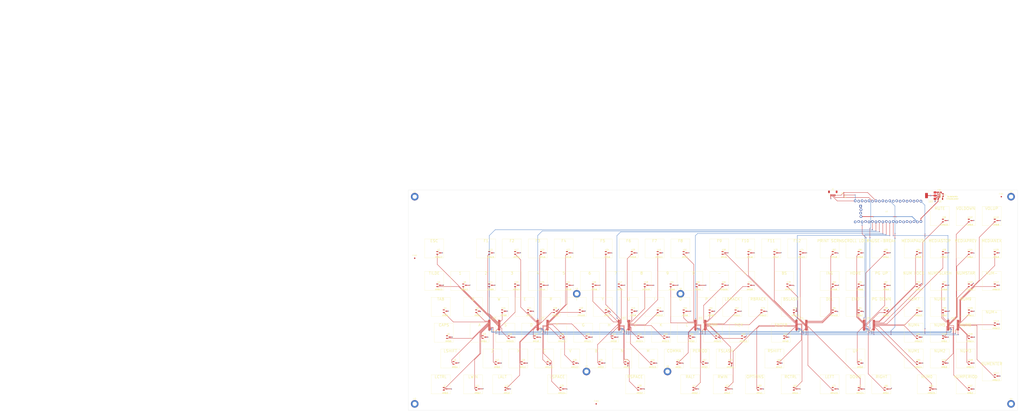
<source format=kicad_pcb>
(kicad_pcb (version 20211014) (generator pcbnew)
  (layers (0 "F.Cu" signal) (31 "B.Cu" signal) (34 "B.Paste" user) (35 "F.Paste" user) (36 "B.SilkS" user "B.Silkscreen") (37 "F.SilkS" user "F.Silkscreen") (38 "B.Mask" user) (39 "F.Mask" user) (44 "Edge.Cuts" user))
  (net 0 "")
  (net 1 "AM0")
  (net 2 "AM0:7")
  (net 3 "AM0:6")
  (net 4 "AM0:5")
  (net 5 "AM0:4")
  (net 6 "AM0:3")
  (net 7 "AM0:2")
  (net 8 "AM0:1")
  (net 9 "AM0:0")
  (net 10 "SELECT0")
  (net 11 "SELECT1")
  (net 12 "GND")
  (net 13 "SELECT3")
  (net 14 "SELECT2")
  (net 15 "AM0:15")
  (net 16 "AM0:14")
  (net 17 "AM0:13")
  (net 18 "AM0:12")
  (net 19 "AM0:11")
  (net 20 "AM0:10")
  (net 21 "AM0:9")
  (net 22 "AM0:8")
  (net 23 "+3.3VA")
  (net 24 "AM1")
  (net 25 "AM1:7")
  (net 26 "AM1:6")
  (net 27 "AM1:5")
  (net 28 "AM1:4")
  (net 29 "AM1:3")
  (net 30 "AM1:2")
  (net 31 "AM1:1")
  (net 32 "AM1:0")
  (net 33 "AM1:15")
  (net 34 "AM1:14")
  (net 35 "AM1:13")
  (net 36 "AM1:12")
  (net 37 "AM1:11")
  (net 38 "AM1:10")
  (net 39 "AM1:9")
  (net 40 "AM1:8")
  (net 41 "AM2")
  (net 42 "AM2:7")
  (net 43 "AM2:6")
  (net 44 "AM2:5")
  (net 45 "AM2:4")
  (net 46 "AM2:3")
  (net 47 "AM2:2")
  (net 48 "AM2:1")
  (net 49 "AM2:0")
  (net 50 "AM2:14")
  (net 51 "AM2:13")
  (net 52 "AM2:12")
  (net 53 "AM2:11")
  (net 54 "AM2:10")
  (net 55 "AM2:9")
  (net 56 "AM2:8")
  (net 57 "AM3")
  (net 58 "AM3:7")
  (net 59 "AM3:6")
  (net 60 "AM3:5")
  (net 61 "AM3:4")
  (net 62 "AM3:3")
  (net 63 "AM3:2")
  (net 64 "AM3:1")
  (net 65 "AM3:0")
  (net 66 "AM3:15")
  (net 67 "AM3:14")
  (net 68 "AM3:13")
  (net 69 "AM3:12")
  (net 70 "AM3:11")
  (net 71 "AM3:10")
  (net 72 "AM3:9")
  (net 73 "AM3:8")
  (net 74 "AM4")
  (net 75 "AM4:7")
  (net 76 "AM4:6")
  (net 77 "AM4:5")
  (net 78 "AM4:4")
  (net 79 "AM4:3")
  (net 80 "AM4:2")
  (net 81 "AM4:1")
  (net 82 "AM4:0")
  (net 83 "AM4:15")
  (net 84 "AM4:14")
  (net 85 "AM4:13")
  (net 86 "AM4:12")
  (net 87 "AM4:11")
  (net 88 "AM4:10")
  (net 89 "AM4:9")
  (net 90 "AM4:8")
  (net 91 "AM5")
  (net 92 "AM5:7")
  (net 93 "AM5:6")
  (net 94 "AM5:5")
  (net 95 "AM5:4")
  (net 96 "AM5:3")
  (net 97 "AM5:2")
  (net 98 "AM5:1")
  (net 99 "AM5:0")
  (net 100 "AM5:15")
  (net 101 "AM5:14")
  (net 102 "AM5:13")
  (net 103 "AM5:12")
  (net 104 "AM5:11")
  (net 105 "AM5:10")
  (net 106 "AM5:9")
  (net 107 "AM5:8")
  (net 108 "AM6")
  (net 109 "AM6:7")
  (net 110 "AM6:6")
  (net 111 "AM6:5")
  (net 112 "AM6:4")
  (net 113 "AM6:3")
  (net 114 "AM6:2")
  (net 115 "AM6:1")
  (net 116 "AM6:0")
  (net 117 "AM6:15")
  (net 118 "AM6:14")
  (net 119 "AM6:13")
  (net 120 "AM6:12")
  (net 121 "AM6:11")
  (net 122 "AM6:10")
  (net 123 "AM6:9")
  (net 124 "AM6:8")
  (net 125 "+3.3V_QWIIC")
  (net 126 "PB6_SCL1")
  (net 127 "PB7_SDA1")
  (net 128 "+3V3")
  (net 129 "AM2:15")
  (net 130 "PB13_SCK2")
  (net 131 "PB14_MISO2")
  (net 132 "PB15_MOSI2")
  (net 133 "PA8_DISP_DATA")
  (net 134 "USART1_TX")
  (net 135 "USART1_RX")
  (net 136 "USB_D-")
  (net 137 "USB_D+")
  (net 138 "PB3_DISP_SCK")
  (net 139 "PB4_DISP_CS")
  (net 140 "RGBLED")
  (net 141 "FLASH_CS")
  (net 146 "NRST")
  (net 147 "PA7_MOSI1")
  (net 148 "PB0_ADC8")
  (net 149 "PB1_ADC9_BUZZ")
  (net 151 "PWR_SENSE")
  (net 153 "+5V")
  (net 154 "SWD_3.3V")
  (net 155 "SWDIO")
  (net 156 "SWCLK")
  (footprint "VoidSwitch:VoidSwitch_1u_SMD" (layer "F.Cu") (at 261.9375 147.6375)
    (fp_text reference "AM2:9")
    (fp_text value "F6")
  )
  (footprint "Package_TO_SOT_SMD:SOT-23" (layer "F.Cu") (at 260.49375 231.93125)
    (fp_text reference "U41")
    (fp_text value "GH39FKSW")
  )
  (footprint "MountingHole:MountingHole_3.2mm_M3_DIN965_Pad" (layer "F.Cu") (at 542.925 109.5375)
    (fp_text reference "H2")
    (fp_text value "MountingHole")
  )
  (footprint "Blackpill:BlackPill_STLINK" (layer "F.Cu") (at 451.58 120.34 -90)
    (fp_text reference "U1")
    (fp_text value "BlackPill_STLINK")
  )
  (footprint "Package_TO_SOT_SMD:SOT-23" (layer "F.Cu") (at 308.11875 212.88125)
    (fp_text reference "U56")
    (fp_text value "GH39FKSW")
  )
  (footprint "Package_TO_SOT_SMD:SOT-23" (layer "F.Cu") (at 450.99375 193.83125)
    (fp_text reference "U88")
    (fp_text value "GH39FKSW")
  )
  (footprint "Package_TO_SOT_SMD:SOT-23" (layer "F.Cu") (at 184.29375 231.93125)
    (fp_text reference "U18")
    (fp_text value "GH39FKSW")
  )
  (footprint "Package_TO_SOT_SMD:SOT-23" (layer "F.Cu") (at 217.57 174.7025)
    (fp_text reference "U31")
    (fp_text value "GH39FKSW")
  )
  (footprint "Package_TO_SOT_SMD:SOT-23" (layer "F.Cu") (at 493.85625 193.83125)
    (fp_text reference "U99")
    (fp_text value "GH39FKSW")
  )
  (footprint "Package_TO_SOT_SMD:SOT-23" (layer "F.Cu") (at 265.25625 193.7525)
    (fp_text reference "U43")
    (fp_text value "GH39FKSW")
  )
  (footprint "Package_TO_SOT_SMD:SOT-23" (layer "F.Cu") (at 274.72 174.7025)
    (fp_text reference "U48")
    (fp_text value "GH39FKSW")
  )
  (footprint "VoidSwitch:VoidSwitch_1u_SMD" (layer "F.Cu") (at 200.025 228.6)
    (fp_text reference "AM1:13")
    (fp_text value "C")
  )
  (footprint "Package_TO_SOT_SMD:SOT-23" (layer "F.Cu") (at 172.32625 250.9025)
    (fp_text reference "U19")
    (fp_text value "GH39FKSW")
  )
  (footprint "Package_TO_SOT_SMD:SOT-23" (layer "F.Cu") (at 179.47 174.7025)
    (fp_text reference "U20")
    (fp_text value "GH39FKSW")
  )
  (footprint "VoidSwitch:VoidSwitch_1u_SMD" (layer "F.Cu") (at 209.55 209.55)
    (fp_text reference "AM1:15")
    (fp_text value "F")
  )
  (footprint "VoidSwitch:VoidSwitch_1u_SMD" (layer "F.Cu") (at 247.65 209.55)
    (fp_text reference "AM2:0")
    (fp_text value "H")
  )
  (footprint "Capacitor_SMD:C_0402_1005Metric" (layer "F.Cu") (at 489.549998 108.009999)
    (fp_text reference "C1")
    (fp_text value "10u")
  )
  (footprint "Package_TO_SOT_SMD:SOT-23" (layer "F.Cu") (at 284.30625 193.83125)
    (fp_text reference "U49")
    (fp_text value "GH39FKSW")
  )
  (footprint "VoidSwitch:VoidSwitch_1u_SMD" (layer "F.Cu") (at 409.575 247.65)
    (fp_text reference "AM4:15")
    (fp_text value "LEFT")
  )
  (footprint "Package_TO_SOT_SMD:SOT-23" (layer "F.Cu") (at 334.25125 250.9025)
    (fp_text reference "U53")
    (fp_text value "GH39FKSW")
  )
  (footprint "Package_TO_SOT_SMD:SOT-23" (layer "F.Cu") (at 127.0825 193.7525)
    (fp_text reference "U4")
    (fp_text value "GH39FKSW")
  )
  (footprint "VoidSwitch:VoidSwitch_1.25u_SMD" (layer "F.Cu") (at 354.80625 247.65)
    (fp_text reference "AM4:1")
    (fp_text value "OPTIONS")
  )
  (footprint "Package_TO_SOT_SMD:SOT-23" (layer "F.Cu") (at 241.44375 231.93125)
    (fp_text reference "U35")
    (fp_text value "GH39FKSW")
  )
  (footprint "Package_TO_SOT_SMD:SOT-23" (layer "F.Cu") (at 450.99375 174.78125)
    (fp_text reference "U87")
    (fp_text value "GH39FKSW")
  )
  (footprint "VoidSwitch:VoidSwitch_1u_SMD" (layer "F.Cu") (at 319.0875 190.5)
    (fp_text reference "AM3:8")
    (fp_text value "P")
  )
  (footprint "Package_TO_SOT_SMD:SOT-23" (layer "F.Cu") (at 227.095 193.7525)
    (fp_text reference "U32")
    (fp_text value "GH39FKSW")
  )
  (footprint "VoidSwitch:VoidSwitch_1u_SMD" (layer "F.Cu") (at 333.375 228.6)
    (fp_text reference "AM3:14")
    (fp_text value "FSLASH")
  )
  (footprint "Fiducial:Fiducial_1mm_Mask2mm" (layer "F.Cu") (at 535.78125 109.5375)
    (fp_text reference "FID1")
    (fp_text value "Fiducial")
  )
  (footprint "Package_TO_SOT_SMD:SOT-23" (layer "F.Cu") (at 246.145 150.89)
    (fp_text reference "U34")
    (fp_text value "GH39FKSW")
  )
  (footprint "Package_TO_SOT_SMD:SOT-23" (layer "F.Cu") (at 493.795 174.7025)
    (fp_text reference "U97")
    (fp_text value "GH39FKSW")
  )
  (footprint "Package_TO_SOT_SMD:SOT-23" (layer "F.Cu") (at 474.80625 193.83125)
    (fp_text reference "U92")
    (fp_text value "GH39FKSW")
  )
  (footprint "MountingHole:MountingHole_3.2mm_M3_DIN965_Pad" (layer "F.Cu") (at 290.5125 238.125)
    (fp_text reference "H8")
    (fp_text value "MountingHole")
  )
  (footprint "Package_TO_SOT_SMD:SOT-23" (layer "F.Cu") (at 493.795 150.89)
    (fp_text reference "U98")
    (fp_text value "GH39FKSW")
  )
  (footprint "Package_TO_SOT_SMD:SOT-23" (layer "F.Cu") (at 284.245 150.89)
    (fp_text reference "U45")
    (fp_text value "GH39FKSW")
  )
  (footprint "VoidSwitch:VoidSwitch_1u_SMD" (layer "F.Cu") (at 171.45 209.55)
    (fp_text reference "AM0:15")
    (fp_text value "S")
  )
  (footprint "Package_TO_SOT_SMD:SOT-23" (layer "F.Cu") (at 298.59375 231.93125)
    (fp_text reference "U52")
    (fp_text value "GH39FKSW")
  )
  (footprint "Package_TO_SOT_SMD:SOT-23" (layer "F.Cu") (at 129.46375 212.8025)
    (fp_text reference "U5")
    (fp_text value "GH39FKSW")
  )
  (footprint "VoidSwitch:VoidSwitch_1u_SMD" (layer "F.Cu") (at 147.6375 190.5)
    (fp_text reference "AM0:7")
    (fp_text value "Q")
  )
  (footprint "MountingHole:MountingHole_3.2mm_M3_DIN965_Pad" (layer "F.Cu") (at 104.775 261.9375)
    (fp_text reference "H3")
    (fp_text value "MountingHole")
  )
  (footprint "Capacitor_SMD:C_0402_1005Metric" (layer "F.Cu") (at 489.55 109.309999)
    (fp_text reference "C2")
    (fp_text value "10u")
  )
  (footprint "MountingHole:MountingHole_3.2mm_M3_DIN965_Pad" (layer "F.Cu") (at 223.8375 180.975)
    (fp_text reference "H5")
    (fp_text value "MountingHole")
  )
  (footprint "VoidSwitch:VoidSwitch_1u_SMD" (layer "F.Cu") (at 428.625 171.45)
    (fp_text reference "AM5:6")
    (fp_text value "HOME")
  )
  (footprint "Package_TO_SOT_SMD:SOT-23" (layer "F.Cu") (at 384.31875 193.83125)
    (fp_text reference "U79")
    (fp_text value "GH39FKSW")
  )
  (footprint "Package_TO_SOT_SMD:SOT-23" (layer "F.Cu") (at 431.94375 174.78125)
    (fp_text reference "U85")
    (fp_text value "GH39FKSW")
  )
  (footprint "Package_TO_SOT_SMD:SOT-23" (layer "F.Cu") (at 141.37 174.7025)
    (fp_text reference "U8")
    (fp_text value "GH39FKSW")
  )
  (footprint "VoidSwitch:VoidSwitch_1u_SMD" (layer "F.Cu") (at 300.0375 190.5)
    (fp_text reference "AM3:6")
    (fp_text value "O")
  )
  (footprint "Package_TO_SOT_SMD:SOT-23" (layer "F.Cu") (at 160.42 150.89)
    (fp_text reference "U13")
    (fp_text value "GH39FKSW")
  )
  (footprint "VoidSwitch:VoidSwitch_2uv_SMD" (layer "F.Cu") (at 528.6375 200.025)
    (fp_text reference "AM6:12")
    (fp_text value "NUM+")
  )
  (footprint "Package_TO_SOT_SMD:SOT-23" (layer "F.Cu") (at 493.795 127.0775)
    (fp_text reference "U96")
    (fp_text value "GH39FKSW")
  )
  (footprint "Package_SO:SSOP-24_5.3x8.2mm_P0.65mm" (layer "F.Cu") (at 163.21 204)
    (fp_text reference "AM0")
    (fp_text value "CD74HC4067SM")
  )
  (footprint "Package_TO_SOT_SMD:SOT-23" (layer "F.Cu") (at 431.8825 150.89)
    (fp_text reference "U86")
    (fp_text value "GH39FKSW")
  )
  (footprint "MountingHole:MountingHole_3.2mm_M3_DIN965_Pad" (layer "F.Cu") (at 230.98125 238.125)
    (fp_text reference "H7")
    (fp_text value "MountingHole")
  )
  (footprint "Package_TO_SOT_SMD:SOT-23" (layer "F.Cu") (at 212.8075 250.9025)
    (fp_text reference "U29")
    (fp_text value "GH39FKSW")
  )
  (footprint "VoidSwitch:VoidSwitch_1u_SMD" (layer "F.Cu") (at 509.5875 123.825)
    (fp_text reference "AM6:5")
    (fp_text value "VOLDOWN")
  )
  (footprint "VoidSwitch:VoidSwitch_1.5u_SMD" (layer "F.Cu") (at 381 190.5)
    (fp_text reference "AM4:13")
    (fp_text value "BSLASH")
  )
  (footprint "VoidSwitch:VoidSwitch_1u_SMD" (layer "F.Cu") (at 242.8875 147.6375)
    (fp_text reference "AM2:5")
    (fp_text value "F5")
  )
  (footprint "VoidSwitch:VoidSwitch_1u_SMD" (layer "F.Cu") (at 138.1125 171.45)
    (fp_text reference "AM0:11")
    (fp_text value "1")
  )
  (footprint "Package_TO_SOT_SMD:SOT-23" (layer "F.Cu") (at 155.6575 212.8025)
    (fp_text reference "U10")
    (fp_text value "GH39FKSW")
  )
  (footprint "VoidSwitch:VoidSwitch_1u_SMD" (layer "F.Cu") (at 161.925 228.6)
    (fp_text reference "AM0:0")
    (fp_text value "Z")
  )
  (footprint "Package_TO_SOT_SMD:SOT-23" (layer "F.Cu") (at 169.945 193.7525)
    (fp_text reference "U15")
    (fp_text value "GH39FKSW")
  )
  (footprint "VoidSwitch:VoidSwitch_1u_SMD" (layer "F.Cu") (at 490.5375 228.6)
    (fp_text reference "AM6:0")
    (fp_text value "NUM2")
  )
  (footprint "Package_TO_SOT_SMD:SOT-23" (layer "F.Cu") (at 431.94375 193.83125)
    (fp_text reference "U84")
    (fp_text value "GH39FKSW")
  )
  (footprint "VoidSwitch:VoidSwitch_1u_SMD" (layer "F.Cu") (at 342.9 209.55)
    (fp_text reference "AM3:13")
    (fp_text value "TICK")
  )
  (footprint "Package_TO_SOT_SMD:SOT-23" (layer "F.Cu") (at 512.90625 231.93125)
    (fp_text reference "U108")
    (fp_text value "GH39FKSW")
  )
  (footprint "VoidSwitch:VoidSwitch_1u_SMD" (layer "F.Cu") (at 176.2125 147.6375)
    (fp_text reference "AM1:6")
    (fp_text value "F2")
  )
  (footprint "Package_TO_SOT_SMD:SOT-23" (layer "F.Cu") (at 174.76875 212.88125)
    (fp_text reference "U16")
    (fp_text value "GH39FKSW")
  )
  (footprint "Connector_JST:JST_SH_BM04B-SRSS-TB_1x04-1MP_P1.00mm_Vertical" (layer "F.Cu") (at 411.95625 107.15625)
    (fp_text reference "J1")
    (fp_text value "QWIIC")
  )
  (footprint "VoidSwitch:VoidSwitch_1u_SMD" (layer "F.Cu") (at 447.675 247.65)
    (fp_text reference "AM5:1")
    (fp_text value "RIGHT")
  )
  (footprint "VoidSwitch:VoidSwitch_1u_SMD" (layer "F.Cu") (at 366.7125 147.6375)
    (fp_text reference "AM4:7")
    (fp_text value "F11")
  )
  (footprint "Fiducial:Fiducial_1mm_Mask2mm" (layer "F.Cu") (at 104.775 154.78125)
    (fp_text reference "FID2")
    (fp_text value "Fiducial")
  )
  (footprint "VoidSwitch:VoidSwitch_1u_SMD" (layer "F.Cu") (at 147.6375 247.65)
    (fp_text reference "AM0:2")
    (fp_text value "LWIN")
  )
  (footprint "VoidSwitch:VoidSwitch_1.75u_SMD" (layer "F.Cu") (at 126.20625 209.55)
    (fp_text reference "AM0:5")
    (fp_text value "CAPS")
  )
  (footprint "VoidSwitch:VoidSwitch_1u_SMD" (layer "F.Cu") (at 190.5 209.55)
    (fp_text reference "AM1:0")
    (fp_text value "D")
  )
  (footprint "VoidSwitch:VoidSwitch_1u_SMD" (layer "F.Cu") (at 300.0375 147.6375)
    (fp_text reference "AM3:7")
    (fp_text value "F8")
  )
  (footprint "VoidSwitch:VoidSwitch_1u_SMD" (layer "F.Cu") (at 447.675 147.6375)
    (fp_text reference "AM5:4")
    (fp_text value "PAUSE-BREAK")
  )
  (footprint "Package_TO_SOT_SMD:SOT-23" (layer "F.Cu") (at 360.50625 193.83125)
    (fp_text reference "U73")
    (fp_text value "GH39FKSW")
  )
  (footprint "Package_TO_SOT_SMD:SOT-23" (layer "F.Cu") (at 222.39375 231.93125)
    (fp_text reference "U30")
    (fp_text value "GH39FKSW")
  )
  (footprint "Package_TO_SOT_SMD:SOT-23" (layer "F.Cu") (at 327.16875 212.88125)
    (fp_text reference "U62")
    (fp_text value "GH39FKSW")
  )
  (footprint "Package_TO_SOT_SMD:SOT-23" (layer "F.Cu") (at 431.94375 231.93125)
    (fp_text reference "U76")
    (fp_text value "GH39FKSW")
  )
  (footprint "VoidSwitch:VoidSwitch_1u_SMD" (layer "F.Cu") (at 119.0625 147.6375)
    (fp_text reference "AM0:12")
    (fp_text value "ESC")
  )
  (footprint "Package_TO_SOT_SMD:SOT-23" (layer "F.Cu") (at 279.54375 231.93125)
    (fp_text reference "U46")
    (fp_text value "GH39FKSW")
  )
  (footprint "VoidSwitch:VoidSwitch_1u_SMD" (layer "F.Cu") (at 261.9375 190.5)
    (fp_text reference "AM2:8")
    (fp_text value "U")
  )
  (footprint "Package_TO_SOT_SMD:SOT-23" (layer "F.Cu") (at 203.34375 231.93125)
    (fp_text reference "U24")
    (fp_text value "GH39FKSW")
  )
  (footprint "Package_TO_SOT_SMD:SOT-23" (layer "F.Cu") (at 412.8325 250.9025)
    (fp_text reference "U71")
    (fp_text value "GH39FKSW")
  )
  (footprint "VoidSwitch:VoidSwitch_1u_SMD" (layer "F.Cu") (at 509.5875 247.65)
    (fp_text reference "AM6:2")
    (fp_text value "NUMPERIOD")
  )
  (footprint "Package_TO_SOT_SMD:SOT-23" (layer "F.Cu") (at 493.85625 231.93125)
    (fp_text reference "U101")
    (fp_text value "GH39FKSW")
  )
  (footprint "VoidSwitch:VoidSwitch_1u_SMD" (layer "F.Cu") (at 528.6375 147.6375)
    (fp_text reference "AM6:9")
    (fp_text value "MEDIANEX")
  )
  (footprint "Package_TO_SOT_SMD:SOT-23" (layer "F.Cu") (at 270.01875 212.88125)
    (fp_text reference "U44")
    (fp_text value "GH39FKSW")
  )
  (footprint "VoidSwitch:VoidSwitch_1u_SMD" (layer "F.Cu") (at 252.4125 171.45)
    (fp_text reference "AM2:4")
    (fp_text value "7")
  )
  (footprint "VoidSwitch:VoidSwitch_1u_SMD" (layer "F.Cu") (at 176.2125 171.45)
    (fp_text reference "AM0:14")
    (fp_text value "3")
  )
  (footprint "Package_TO_SOT_SMD:SOT-23" (layer "F.Cu") (at 531.895 150.89)
    (fp_text reference "U109")
    (fp_text value "GH39FKSW")
  )
  (footprint "Package_TO_SOT_SMD:SOT-23" (layer "F.Cu") (at 531.895 127.0775)
    (fp_text reference "U110")
    (fp_text value "GH39FKSW")
  )
  (footprint "VoidSwitch:VoidSwitch_1u_SMD" (layer "F.Cu") (at 285.75 209.55)
    (fp_text reference "AM2:13")
    (fp_text value "K")
  )
  (footprint "Package_TO_SOT_SMD:SOT-23" (layer "F.Cu") (at 346.21875 212.88125)
    (fp_text reference "U69")
    (fp_text value "GH39FKSW")
  )
  (footprint "Package_TO_SOT_SMD:SOT-23" (layer "F.Cu") (at 289.06875 212.88125)
    (fp_text reference "U50")
    (fp_text value "GH39FKSW")
  )
  (footprint "VoidSwitch:VoidSwitch_1.5u_SMD" (layer "F.Cu") (at 381 247.65)
    (fp_text reference "AM4:4")
    (fp_text value "RCTRL")
  )
  (footprint "Package_TO_SOT_SMD:SOT-23" (layer "F.Cu") (at 474.80625 231.93125)
    (fp_text reference "U90")
    (fp_text value "GH39FKSW")
  )
  (footprint "VoidSwitch:VoidSwitch_1u_SMD" (layer "F.Cu") (at 528.6375 123.825)
    (fp_text reference "AM6:8")
    (fp_text value "VOLUP")
  )
  (footprint "VoidSwitch:VoidSwitch_1u_SMD" (layer "F.Cu") (at 276.225 228.6)
    (fp_text reference "AM2:15")
    (fp_text value "M")
  )
  (footprint "VoidSwitch:VoidSwitch_1u_SMD" (layer "F.Cu") (at 490.5375 190.5)
    (fp_text reference "AM6:7")
    (fp_text value "NUM8")
  )
  (footprint "Package_TO_SOT_SMD:SOT-23" (layer "F.Cu") (at 265.195 150.89)
    (fp_text reference "U39")
    (fp_text value "GH39FKSW")
  )
  (footprint "Package_TO_SOT_SMD:SOT-23" (layer "F.Cu") (at 322.40625 193.83125)
    (fp_text reference "U61")
    (fp_text value "GH39FKSW")
  )
  (footprint "VoidSwitch:VoidSwitch_1u_SMD" (layer "F.Cu") (at 180.975 228.6)
    (fp_text reference "AM1:1")
    (fp_text value "X")
  )
  (footprint "Package_TO_SOT_SMD:SOT-23" (layer "F.Cu") (at 379.495 174.7025)
    (fp_text reference "U78")
    (fp_text value "GH39FKSW")
  )
  (footprint "Package_TO_SOT_SMD:SOT-23" (layer "F.Cu") (at 377.175 212.88125)
    (fp_text reference "U75")
    (fp_text value "GH39FKSW")
  )
  (footprint "Package_TO_SOT_SMD:SOT-23" (layer "F.Cu") (at 512.845 127.0775)
    (fp_text reference "U102")
    (fp_text value "GH39FKSW")
  )
  (footprint "VoidSwitch:VoidSwitch_1u_SMD" (layer "F.Cu") (at 280.9875 147.6375)
    (fp_text reference "AM2:11")
    (fp_text value "F7")
  )
  (footprint "Diode_SMD:D_SOD-123" (layer "F.Cu") (at 490.949999 111.21 180)
    (fp_text reference "D1")
    (fp_text value "B5819W")
  )
  (footprint "VoidSwitch:VoidSwitch_1u_SMD" (layer "F.Cu") (at 257.175 228.6)
    (fp_text reference "AM2:1")
    (fp_text value "N")
  )
  (footprint "VoidSwitch:VoidSwitch_1u_SMD" (layer "F.Cu") (at 195.2625 147.6375)
    (fp_text reference "AM1:5")
    (fp_text value "F3")
  )
  (footprint "Package_TO_SOT_SMD:SOT-23" (layer "F.Cu") (at 358.06375 250.9025)
    (fp_text reference "U59")
    (fp_text value "GH39FKSW")
  )
  (footprint "Fuse:Fuse_0603_1608Metric" (layer "F.Cu") (at 493.049997 108.31 90)
    (fp_text reference "F1")
    (fp_text value "500mA")
  )
  (footprint "Package_TO_SOT_SMD:SOT-23" (layer "F.Cu") (at 122.32 150.89)
    (fp_text reference "U2")
    (fp_text value "GH39FKSW")
  )
  (footprint "Package_TO_SOT_SMD:SOT-23" (layer "F.Cu") (at 450.9325 150.89)
    (fp_text reference "U89")
    (fp_text value "GH39FKSW")
  )
  (footprint "VoidSwitch:VoidSwitch_1u_SMD" (layer "F.Cu") (at 280.9875 190.5)
    (fp_text reference "AM2:12")
    (fp_text value "I")
  )
  (footprint "VoidSwitch:VoidSwitch_1u_SMD" (layer "F.Cu") (at 233.3625 171.45)
    (fp_text reference "AM2:6")
    (fp_text value "6")
  )
  (footprint "Package_TO_SOT_SMD:SOT-23" (layer "F.Cu") (at 331.87 174.7025)
    (fp_text reference "U66")
    (fp_text value "GH39FKSW")
  )
  (footprint "Package_TO_SOT_SMD:SOT-23" (layer "F.Cu") (at 165.24375 231.93125)
    (fp_text reference "U12")
    (fp_text value "GH39FKSW")
  )
  (footprint "VoidSwitch:VoidSwitch_1u_SMD" (layer "F.Cu") (at 471.4875 209.55)
    (fp_text reference "AM5:13")
    (fp_text value "NUM4")
  )
  (footprint "VoidSwitch:VoidSwitch_1u_SMD" (layer "F.Cu") (at 328.6125 147.6375)
    (fp_text reference "AM4:5")
    (fp_text value "F9")
  )
  (footprint "VoidSwitch:VoidSwitch_1u_SMD" (layer "F.Cu") (at 238.125 228.6)
    (fp_text reference "AM2:3")
    (fp_text value "B")
  )
  (footprint "VoidSwitch:VoidSwitch_1u_SMD" (layer "F.Cu") (at 471.4875 147.6375)
    (fp_text reference "AM5:8")
    (fp_text value "MEDIAPAUSE")
  )
  (footprint "Package_TO_SOT_SMD:SOT-23" (layer "F.Cu") (at 303.35625 193.83125)
    (fp_text reference "U55")
    (fp_text value "GH39FKSW")
  )
  (footprint "VoidSwitch:VoidSwitch_1u_SMD" (layer "F.Cu") (at 509.5875 171.45)
    (fp_text reference "AM6:3")
    (fp_text value "NUMSTAR")
  )
  (footprint "Package_TO_SOT_SMD:SOT-23" (layer "F.Cu") (at 384.2575 250.9025)
    (fp_text reference "U65")
    (fp_text value "GH39FKSW")
  )
  (footprint "VoidSwitch:VoidSwitch_1u_SMD" (layer "F.Cu") (at 509.5875 147.6375)
    (fp_text reference "AM6:4")
    (fp_text value "MEDIAPREV")
  )
  (footprint "VoidSwitch:VoidSwitch_1u_SMD" (layer "F.Cu") (at 338.1375 190.5)
    (fp_text reference "AM3:11")
    (fp_text value "LBRACK")
  )
  (footprint "Package_TO_SOT_SMD:SOT-23" (layer "F.Cu") (at 412.89375 193.83125)
    (fp_text reference "U81")
    (fp_text value "GH39FKSW")
  )
  (footprint "VoidSwitch:VoidSwitch_1u_SMD" (layer "F.Cu") (at 242.8875 190.5)
    (fp_text reference "AM2:7")
    (fp_text value "Y")
  )
  (footprint "VoidSwitch:VoidSwitch_1u_SMD" (layer "F.Cu") (at 228.6 209.55)
    (fp_text reference "AM1:11")
    (fp_text value "G")
  )
  (footprint "Package_TO_SOT_SMD:SOT-23" (layer "F.Cu") (at 150.895 193.7525)
    (fp_text reference "U9")
    (fp_text value "GH39FKSW")
  )
  (footprint "VoidSwitch:VoidSwitch_1u_SMD" (layer "F.Cu") (at 385.7625 147.6375)
    (fp_text reference "AM4:11")
    (fp_text value "F12")
  )
  (footprint "VoidSwitch:VoidSwitch_1u_SMD" (layer "F.Cu") (at 223.8375 190.5)
    (fp_text reference "AM1:10")
    (fp_text value "T")
  )
  (footprint "Package_TO_SOT_SMD:SOT-23" (layer "F.Cu") (at 372.4125 231.93125)
    (fp_text reference "U68")
    (fp_text value "GH39FKSW")
  )
  (footprint "VoidSwitch:VoidSwitch_2.25u_SMD" (layer "F.Cu") (at 130.96875 228.6)
    (fp_text reference "AM0:4")
    (fp_text value "LSHIFT")
  )
  (footprint "Package_TO_SOT_SMD:SOT-23" (layer "F.Cu") (at 134.22625 231.8525)
    (fp_text reference "U6")
    (fp_text value "GH39FKSW")
  )
  (footprint "Package_TO_SOT_SMD:SOT-23" (layer "F.Cu") (at 412.8325 150.89)
    (fp_text reference "U82")
    (fp_text value "GH39FKSW")
  )
  (footprint "Resistor_SMD:R_0402_1005Metric" (layer "F.Cu") (at 420.08 109.58 -90)
    (fp_text reference "R2")
    (fp_text value "2k2")
  )
  (footprint "VoidSwitch:VoidSwitch_1u_SMD" (layer "F.Cu") (at 204.7875 190.5)
    (fp_text reference "AM1:3")
    (fp_text value "R")
  )
  (footprint "Package_SO:SSOP-24_5.3x8.2mm_P0.65mm" (layer "F.Cu") (at 500.33 204)
    (fp_text reference "AM6")
    (fp_text value "CD74HC4067SM")
  )
  (footprint "VoidSwitch:VoidSwitch_1.25u_SMD" (layer "F.Cu") (at 330.99375 247.65)
    (fp_text reference "AM4:2")
    (fp_text value "RWIN")
  )
  (footprint "Inductor_SMD:L_0805_2012Metric" (layer "F.Cu") (at 490.349998 106.309999)
    (fp_text reference "FB1")
    (fp_text value "100 @ 100 MHz")
  )
  (footprint "Package_TO_SOT_SMD:SOT-23" (layer "F.Cu") (at 331.87 150.89)
    (fp_text reference "U58")
    (fp_text value "GH39FKSW")
  )
  (footprint "Package_TO_SOT_SMD:SOT-23" (layer "F.Cu") (at 122.32 174.7025)
    (fp_text reference "U3")
    (fp_text value "GH39FKSW")
  )
  (footprint "MountingHole:MountingHole_3.2mm_M3_DIN965_Pad" (layer "F.Cu") (at 542.925 261.9375)
    (fp_text reference "H4")
    (fp_text value "MountingHole")
  )
  (footprint "VoidSwitch:VoidSwitch_1u_SMD" (layer "F.Cu") (at 409.575 147.6375)
    (fp_text reference "AM4:8")
    (fp_text value "PRINT SCRN")
  )
  (footprint "VoidSwitch:VoidSwitch_1u_SMD" (layer "F.Cu") (at 166.6875 190.5)
    (fp_text reference "AM0:8")
    (fp_text value "W")
  )
  (footprint "Package_TO_SOT_SMD:SOT-23" (layer "F.Cu") (at 303.295 150.89)
    (fp_text reference "U51")
    (fp_text value "GH39FKSW")
  )
  (footprint "Package_TO_SOT_SMD:SOT-23" (layer "F.Cu") (at 474.745 150.89)
    (fp_text reference "U94")
    (fp_text value "GH39FKSW")
  )
  (footprint "Package_TO_SOT_SMD:SOT-23" (layer "F.Cu") (at 350.92 174.7025)
    (fp_text reference "U72")
    (fp_text value "GH39FKSW")
  )
  (footprint "Package_TO_SOT_SMD:SOT-23" (layer "F.Cu") (at 236.62 174.7025)
    (fp_text reference "U36")
    (fp_text value "GH39FKSW")
  )
  (footprint "VoidSwitch:VoidSwitch_2.25u_SMD" (layer "F.Cu") (at 373.85625 209.55)
    (fp_text reference "AM4:0")
    (fp_text value "ENTER")
  )
  (footprint "Package_TO_SOT_SMD:SOT-23" (layer "F.Cu") (at 310.43875 250.9025)
    (fp_text reference "U47")
    (fp_text value "GH39FKSW")
  )
  (footprint "Package_TO_SOT_SMD:SOT-23" (layer "F.Cu") (at 474.80625 212.88125)
    (fp_text reference "U91")
    (fp_text value "GH39FKSW")
  )
  (footprint "Package_TO_SOT_SMD:SOT-223-3_TabPin2" (layer "F.Cu") (at 483.949998 108.709999 180)
    (fp_text reference "LDO1")
    (fp_text value "AMS1117-3.3")
  )
  (footprint "VoidSwitch:VoidSwitch_1u_SMD" (layer "F.Cu") (at 447.675 171.45)
    (fp_text reference "AM5:3")
    (fp_text value "PG UP")
  )
  (footprint "VoidSwitch:VoidSwitch_1u_SMD" (layer "F.Cu") (at 214.3125 147.6375)
    (fp_text reference "AM1:8")
    (fp_text value "F4")
  )
  (footprint "VoidSwitch:VoidSwitch_1u_SMD" (layer "F.Cu") (at 509.5875 209.55)
    (fp_text reference "AM6:14")
    (fp_text value "NUM6")
  )
  (footprint "VoidSwitch:VoidSwitch_1u_SMD" (layer "F.Cu") (at 195.2625 171.45)
    (fp_text reference "AM1:4")
    (fp_text value "4")
  )
  (footprint "Package_TO_SOT_SMD:SOT-23" (layer "F.Cu") (at 188.995 193.7525)
    (fp_text reference "U21")
    (fp_text value "GH39FKSW")
  )
  (footprint "VoidSwitch:VoidSwitch_1.5u_SMD" (layer "F.Cu") (at 123.825 190.5)
    (fp_text reference "AM0:6")
    (fp_text value "TAB")
  )
  (footprint "Package_TO_SOT_SMD:SOT-23" (layer "F.Cu") (at 512.90625 193.83125)
    (fp_text reference "U105")
    (fp_text value "GH39FKSW")
  )
  (footprint "VoidSwitch:VoidSwitch_1u_SMD" (layer "F.Cu") (at 219.075 228.6)
    (fp_text reference "AM1:12")
    (fp_text value "V")
  )
  (footprint "VoidSwitch:VoidSwitch_1u_SMD" (layer "F.Cu") (at 409.575 190.5)
    (fp_text reference "AM4:10")
    (fp_text value "DEL")
  )
  (footprint "Package_TO_SOT_SMD:SOT-23" (layer "F.Cu") (at 531.895 174.7025)
    (fp_text reference "U112")
    (fp_text value "GH39FKSW")
  )
  (footprint "Package_TO_SOT_SMD:SOT-23" (layer "F.Cu") (at 217.57 150.89)
    (fp_text reference "U27")
    (fp_text value "GH39FKSW")
  )
  (footprint "Package_TO_SOT_SMD:SOT-23" (layer "F.Cu") (at 293.77 174.7025)
    (fp_text reference "U54")
    (fp_text value "GH39FKSW")
  )
  (footprint "Package_TO_SOT_SMD:SOT-23" (layer "F.Cu") (at 193.81875 212.88125)
    (fp_text reference "U22")
    (fp_text value "GH39FKSW")
  )
  (footprint "Package_TO_SOT_SMD:SOT-23" (layer "F.Cu") (at 512.845 174.7025)
    (fp_text reference "U103")
    (fp_text value "GH39FKSW")
  )
  (footprint "VoidSwitch:VoidSwitch_1u_SMD" (layer "F.Cu") (at 447.675 190.5)
    (fp_text reference "AM5:2")
    (fp_text value "PG DOWN")
  )
  (footprint "VoidSwitch:VoidSwitch_1u_SMD" (layer "F.Cu") (at 347.6625 147.6375)
    (fp_text reference "AM4:6")
    (fp_text value "F10")
  )
  (footprint "VoidSwitch:VoidSwitch_1u_SMD" (layer "F.Cu") (at 295.275 228.6)
    (fp_text reference "AM3:1")
    (fp_text value "COMMA")
  )
  (footprint "Package_TO_SOT_SMD:SOT-23" (layer "F.Cu") (at 531.95625 241.45625)
    (fp_text reference "U111")
    (fp_text value "GH39FKSW")
  )
  (footprint "VoidSwitch:VoidSwitch_1u_SMD" (layer "F.Cu") (at 157.1625 147.6375)
    (fp_text reference "AM0:10")
    (fp_text value "F1")
  )
  (footprint "VoidSwitch:VoidSwitch_2u_SMD" (layer "F.Cu") (at 376.2375 171.45)
    (fp_text reference "AM4:12")
    (fp_text value "BS")
  )
  (footprint "Package_TO_SOT_SMD:SOT-23" (layer "F.Cu") (at 474.745 174.7025)
    (fp_text reference "U93")
    (fp_text value "GH39FKSW")
  )
  (footprint "Package_TO_SOT_SMD:SOT-23" (layer "F.Cu") (at 512.845 150.89)
    (fp_text reference "U104")
    (fp_text value "GH39FKSW")
  )
  (footprint "VoidSwitch:VoidSwitch_3u_SMD" (layer "F.Cu") (at 266.7 247.6488)
    (fp_text reference "AM2:2")
    (fp_text value "RSPACE")
  )
  (footprint "VoidSwitch:VoidSwitch_1u_SMD" (layer "F.Cu") (at 290.5125 171.45)
    (fp_text reference "AM3:5")
    (fp_text value "9")
  )
  (footprint "VoidSwitch:VoidSwitch_1u_SMD" (layer "F.Cu") (at 428.625 147.6375)
    (fp_text reference "AM5:5")
    (fp_text value "SCROLL LOCK")
  )
  (footprint "Package_TO_SOT_SMD:SOT-23" (layer "F.Cu") (at 512.90625 250.98125)
    (fp_text reference "U107")
    (fp_text value "GH39FKSW")
  )
  (footprint "Package_TO_SOT_SMD:SOT-23" (layer "F.Cu") (at 127.0825 250.9025)
    (fp_text reference "U7")
    (fp_text value "GH39FKSW")
  )
  (footprint "VoidSwitch:VoidSwitch_1u_SMD" (layer "F.Cu") (at 185.7375 190.5)
    (fp_text reference "AM1:7")
    (fp_text value "E")
  )
  (footprint "VoidSwitch:VoidSwitch_2u_SMD" (layer "F.Cu") (at 481.0125 247.65)
    (fp_text reference "AM5:15")
    (fp_text value "NUM0")
  )
  (footprint "Package_TO_SOT_SMD:SOT-23" (layer "F.Cu") (at 269.9575 250.9025)
    (fp_text reference "U38")
    (fp_text value "GH39FKSW")
  )
  (footprint "Fiducial:Fiducial_1mm_Mask2mm" (layer "F.Cu") (at 238.125 261.9375)
    (fp_text reference "FID3")
    (fp_text value "Fiducial")
  )
  (footprint "Package_TO_SOT_SMD:SOT-23" (layer "F.Cu") (at 250.96875 212.88125)
    (fp_text reference "U40")
    (fp_text value "GH39FKSW")
  )
  (footprint "Package_TO_SOT_SMD:SOT-23" (layer "F.Cu") (at 160.42 174.7025)
    (fp_text reference "U14")
    (fp_text value "GH39FKSW")
  )
  (footprint "Package_TO_SOT_SMD:SOT-23" (layer "F.Cu") (at 493.85625 212.88125)
    (fp_text reference "U100")
    (fp_text value "GH39FKSW")
  )
  (footprint "Package_TO_SOT_SMD:SOT-23" (layer "F.Cu") (at 198.52 174.7025)
    (fp_text reference "U25")
    (fp_text value "GH39FKSW")
  )
  (footprint "VoidSwitch:VoidSwitch_1u_SMD" (layer "F.Cu") (at 490.5375 123.825)
    (fp_text reference "AM5:10")
    (fp_text value "MUTE")
  )
  (footprint "VoidSwitch:VoidSwitch_2.75u_SMD" (layer "F.Cu") (at 369.09375 228.6)
    (fp_text reference "AM4:3")
    (fp_text value "RSHIFT")
  )
  (footprint "Package_TO_SOT_SMD:SOT-23" (layer "F.Cu") (at 150.895 250.9025)
    (fp_text reference "U11")
    (fp_text value "GH39FKSW")
  )
  (footprint "Package_SO:SSOP-24_5.3x8.2mm_P0.65mm" (layer "F.Cu") (at 314.61 204)
    (fp_text reference "AM3")
    (fp_text value "CD74HC4067SM")
  )
  (footprint "VoidSwitch:VoidSwitch_1u_SMD" (layer "F.Cu") (at 509.5875 190.5)
    (fp_text reference "AM6:11")
    (fp_text value "NUM9")
  )
  (footprint "Resistor_SMD:R_0402_1005Metric" (layer "F.Cu") (at 420.06 106.95 90)
    (fp_text reference "R1")
    (fp_text value "2k2")
  )
  (footprint "Package_TO_SOT_SMD:SOT-23" (layer "F.Cu") (at 512.90625 212.88125)
    (fp_text reference "U106")
    (fp_text value "GH39FKSW")
  )
  (footprint "VoidSwitch:VoidSwitch_1u_SMD" (layer "F.Cu") (at 471.4875 228.6)
    (fp_text reference "AM5:14")
    (fp_text value "NUM1")
  )
  (footprint "VoidSwitch:VoidSwitch_1u_SMD" (layer "F.Cu") (at 490.5375 171.45)
    (fp_text reference "AM6:6")
    (fp_text value "NUMFSLASH")
  )
  (footprint "VoidSwitch:VoidSwitch_1u_SMD" (layer "F.Cu") (at 428.625 228.6)
    (fp_text reference "AM5:0")
    (fp_text value "UP")
  )
  (footprint "Package_TO_SOT_SMD:SOT-23" (layer "F.Cu") (at 389.02 150.89)
    (fp_text reference "U74")
    (fp_text value "GH39FKSW")
  )
  (footprint "VoidSwitch:VoidSwitch_1u_SMD" (layer "F.Cu") (at 314.325 228.6)
    (fp_text reference "AM3:3")
    (fp_text value "PERIOD")
  )
  (footprint "VoidSwitch:VoidSwitch_1u_SMD" (layer "F.Cu") (at 528.6375 171.45)
    (fp_text reference "AM6:10")
    (fp_text value "NUM-")
  )
  (footprint "MountingHole:MountingHole_3.2mm_M3_DIN965_Pad" (layer "F.Cu") (at 104.775 109.5375)
    (fp_text reference "H1")
    (fp_text value "MountingHole")
  )
  (footprint "VoidSwitch:VoidSwitch_1.25u_SMD" (layer "F.Cu") (at 307.18125 247.65)
    (fp_text reference "AM3:2")
    (fp_text value "RALT")
  )
  (footprint "Package_TO_SOT_SMD:SOT-23" (layer "F.Cu") (at 336.69375 231.93125)
    (fp_text reference "U63")
    (fp_text value "GH39FKSW")
  )
  (footprint "Package_TO_SOT_SMD:SOT-23" (layer "F.Cu") (at 369.97 150.89)
    (fp_text reference "U70")
    (fp_text value "GH39FKSW")
  )
  (footprint "Package_TO_SOT_SMD:SOT-23" (layer "F.Cu") (at 208.045 193.7525)
    (fp_text reference "U26")
    (fp_text value "GH39FKSW")
  )
  (footprint "Package_TO_SOT_SMD:SOT-23" (layer "F.Cu") (at 484.33125 250.98125)
    (fp_text reference "U95")
    (fp_text value "GH39FKSW")
  )
  (footprint "VoidSwitch:VoidSwitch_1u_SMD" (layer "F.Cu") (at 309.5625 171.45)
    (fp_text reference "AM3:4")
    (fp_text value "0")
  )
  (footprint "Package_SO:SSOP-24_5.3x8.2mm_P0.65mm" (layer "F.Cu") (at 388.89 204)
    (fp_text reference "AM4")
    (fp_text value "CD74HC4067SM")
  )
  (footprint "VoidSwitch:VoidSwitch_1u_SMD" (layer "F.Cu") (at 471.4875 190.5)
    (fp_text reference "AM5:12")
    (fp_text value "NUM7")
  )
  (footprint "VoidSwitch:VoidSwitch_1u_SMD" (layer "F.Cu") (at 323.85 209.55)
    (fp_text reference "AM3:15")
    (fp_text value "SEMI")
  )
  (footprint "VoidSwitch:VoidSwitch_1u_SMD" (layer "F.Cu") (at 490.5375 209.55)
    (fp_text reference "AM6:1")
    (fp_text value "NUM5")
  )
  (footprint "VoidSwitch:VoidSwitch_1u_SMD" (layer "F.Cu") (at 428.625 190.5)
    (fp_text reference "AM5:7")
    (fp_text value "END")
  )
  (footprint "VoidSwitch:VoidSwitch_1.25u_SMD" (layer "F.Cu") (at 169.06875 247.65)
    (fp_text reference "AM1:2")
    (fp_text value "LALT")
  )
  (footprint "Package_TO_SOT_SMD:SOT-23" (layer "F.Cu") (at 198.52 150.89)
    (fp_text reference "U23")
    (fp_text value "GH39FKSW")
  )
  (footprint "Package_TO_SOT_SMD:SOT-23" (layer "F.Cu") (at 246.145 193.7525)
    (fp_text reference "U37")
    (fp_text value "GH39FKSW")
  )
  (footprint "Package_TO_SOT_SMD:SOT-23" (layer "F.Cu") (at 317.64375 231.93125)
    (fp_text reference "U57")
    (fp_text value "GH39FKSW")
  )
  (footprint "Package_TO_SOT_SMD:SOT-23" (layer "F.Cu") (at 212.86875 212.88125)
    (fp_text reference "U28")
    (fp_text value "GH39FKSW")
  )
  (footprint "Package_TO_SOT_SMD:SOT-23" (layer "F.Cu") (at 231.91875 212.88125)
    (fp_text reference "U33")
    (fp_text value "GH39FKSW")
  )
  (footprint "VoidSwitch:VoidSwitch_1.5u_SMD" (layer "F.Cu") (at 123.825 247.65)
    (fp_text reference "AM0:3")
    (fp_text value "LCTRL")
  )
  (footprint "Package_SO:SSOP-24_5.3x8.2mm_P0.65mm" (layer "F.Cu") (at 198.75 204)
    (fp_text reference "AM1")
    (fp_text value "CD74HC4067SM")
  )
  (footprint "VoidSwitch:VoidSwitch_1u_SMD" (layer "F.Cu") (at 509.5875 228.6)
    (fp_text reference "AM6:15")
    (fp_text value "NUM3")
  )
  (footprint "Package_SO:SSOP-24_5.3x8.2mm_P0.65mm" (layer "F.Cu") (at 438.49 204)
    (fp_text reference "AM5")
    (fp_text value "CD74HC4067SM")
  )
  (footprint "VoidSwitch:VoidSwitch_1u_SMD" (layer "F.Cu") (at 428.625 247.65)
    (fp_text reference "AM4:14")
    (fp_text value "DOWN")
  )
  (footprint "Package_TO_SOT_SMD:SOT-23" (layer "F.Cu") (at 179.47 150.89)
    (fp_text reference "U17")
    (fp_text value "GH39FKSW")
  )
  (footprint "VoidSwitch:VoidSwitch_1u_SMD" (layer "F.Cu") (at 271.4625 171.45)
    (fp_text reference "AM2:10")
    (fp_text value "8")
  )
  (footprint "VoidSwitch:VoidSwitch_1u_SMD" (layer "F.Cu") (at 357.1875 190.5)
    (fp_text reference "AM3:12")
    (fp_text value "RBRACK")
  )
  (footprint "MountingHole:MountingHole_3.2mm_M3_DIN965_Pad" (layer "F.Cu") (at 300.0375 180.975)
    (fp_text reference "H6")
    (fp_text value "MountingHole")
  )
  (footprint "VoidSwitch:VoidSwitch_1u_SMD" (layer "F.Cu") (at 119.0625 171.45)
    (fp_text reference "AM0:13")
    (fp_text value "TILDE")
  )
  (footprint "VoidSwitch:VoidSwitch_1u_SMD" (layer "F.Cu") (at 347.6625 171.45)
    (fp_text reference "AM3:9")
    (fp_text value "=")
  )
  (footprint "VoidSwitch:VoidSwitch_1u_SMD" (layer "F.Cu") (at 152.4 209.55)
    (fp_text reference "AM0:1")
    (fp_text value "VoidSwitch1U")
  )
  (footprint "VoidSwitch:VoidSwitch_1u_SMD" (layer "F.Cu") (at 328.6125 171.45)
    (fp_text reference "AM3:10")
    (fp_text value "-")
  )
  (footprint "VoidSwitch:VoidSwitch_1u_SMD" (layer "F.Cu") (at 214.3125 171.45)
    (fp_text reference "AM1:9")
    (fp_text value "5")
  )
  (footprint "Package_TO_SOT_SMD:SOT-23" (layer "F.Cu") (at 255.67 174.7025)
    (fp_text reference "U42")
    (fp_text value "GH39FKSW")
  )
  (footprint "Package_TO_SOT_SMD:SOT-23" (layer "F.Cu") (at 312.82 174.7025)
    (fp_text reference "U60")
    (fp_text value "GH39FKSW")
  )
  (footprint "Package_TO_SOT_SMD:SOT-23" (layer "F.Cu") (at 431.94375 250.98125)
    (fp_text reference "U77")
    (fp_text value "GH39FKSW")
  )
  (footprint "Package_TO_SOT_SMD:SOT-23" (layer "F.Cu") (at 412.89375 174.78125)
    (fp_text reference "U83")
    (fp_text value "GH39FKSW")
  )
  (footprint "Package_TO_SOT_SMD:SOT-23" (layer "F.Cu") (at 341.45625 193.83125)
    (fp_text reference "U67")
    (fp_text value "GH39FKSW")
  )
  (footprint "VoidSwitch:VoidSwitch_1u_SMD" (layer "F.Cu") (at 490.5375 147.6375)
    (fp_text reference "AM5:11")
    (fp_text value "MEDIASTOP")
  )
  (footprint "VoidSwitch:VoidSwitch_1u_SMD" (layer "F.Cu") (at 304.8 209.55)
    (fp_text reference "AM3:0")
    (fp_text value "L")
  )
  (footprint "VoidSwitch:VoidSwitch_1u_SMD" (layer "F.Cu") (at 157.1625 171.45)
    (fp_text reference "AM0:9")
    (fp_text value "2")
  )
  (footprint "Package_SO:SSOP-24_5.3x8.2mm_P0.65mm" (layer "F.Cu") (at 258.51 204)
    (fp_text reference "AM2")
    (fp_text value "CD74HC4067SM")
  )
  (footprint "VoidSwitch:VoidSwitch_1u_SMD" (layer "F.Cu") (at 471.4875 171.45)
    (fp_text reference "AM5:9")
    (fp_text value "NUM LOCK")
  )
  (footprint "VoidSwitch:VoidSwitch_3u_SMD" (layer "F.Cu") (at 209.55 247.65)
    (fp_text reference "AM1:14")
    (fp_text value "LSPACE")
  )
  (footprint "VoidSwitch:VoidSwitch_2uv_SMD" (layer "F.Cu") (at 528.6375 238.125)
    (fp_text reference "AM6:13")
    (fp_text value "NUMENTER")
  )
  (footprint "VoidSwitch:VoidSwitch_1u_SMD" (layer "F.Cu") (at 266.7 209.55)
    (fp_text reference "AM2:14")
    (fp_text value "J")
  )
  (footprint "Package_TO_SOT_SMD:SOT-23" (layer "F.Cu") (at 450.99375 250.98125)
    (fp_text reference "U80")
    (fp_text value "GH39FKSW")
  )
  (footprint "Package_TO_SOT_SMD:SOT-23" (layer "F.Cu") (at 350.92 150.89)
    (fp_text reference "U64")
    (fp_text value "GH39FKSW")
  )
  (footprint "VoidSwitch:VoidSwitch_1u_SMD" (layer "F.Cu") (at 409.575 171.45)
    (fp_text reference "AM4:9")
    (fp_text value "INS")
  )
  (footprint "Package_TO_SOT_SMD:SOT-23" (layer "F.Cu") (at 531.95625 203.35625)
    (fp_text reference "U113")
    (fp_text value "GH39FKSW")
  )
  (gr_rect (start 547.6875 104.775) (end 100.0125 266.7) (layer "Edge.Cuts") (width 0.1) (fill none))
  (gr_text "Subatomic\nEncabulator" (at 499.93 110.23) (layer "F.SilkS") (effects (font (size 1 1) (thickness 0.2))))
  (segment (start 489.069996 108.009999) (end 489.069998 106.5275) (width 0.4) (layer "F.Cu") (net 0))
  (segment (start 489.069998 106.5275) (end 489.287498 106.309999) (width 0.4) (layer "F.Cu") (net 0))
  (segment (start 492.625 107.522499) (end 491.4125 106.309998) (width 0.4) (layer "F.Cu") (net 0))
  (segment (start 487.2 106.31) (end 487.1 106.41) (width 0.4) (layer "F.Cu") (net 0))
  (segment (start 489.287498 106.309999) (end 487.2 106.31) (width 0.4) (layer "F.Cu") (net 0))
  (segment (start 492.699998 111.11) (end 492.599999 111.21) (width 0.4) (layer "F.Cu") (net 0))
  (segment (start 493.049997 109.0975) (end 492.699998 109.4475) (width 0.4) (layer "F.Cu") (net 0))
  (segment (start 492.699998 109.4475) (end 492.699998 111.11) (width 0.4) (layer "F.Cu") (net 0))
  (segment (start 493.049999 107.5225) (end 492.625 107.522499) (width 0.4) (layer "F.Cu") (net 0))
  (segment (start 441.11 133.82) (end 441.12 133.81) (width 0.25) (layer "F.Cu") (net 1))
  (segment (start 159.61 199.68) (end 159.62 199.67) (width 0.25) (layer "F.Cu") (net 1))
  (segment (start 441.12 133.81) (end 441.12 127.833) (width 0.25) (layer "F.Cu") (net 1))
  (segment (start 159.61 200.425) (end 159.61 199.68) (width 0.25) (layer "F.Cu") (net 1))
  (via (at 159.62 199.67) (size 0.6) (drill 0.3) (layers "F.Cu" "B.Cu") (net 1))
  (via (at 441.11 133.82) (size 0.6) (drill 0.3) (layers "F.Cu" "B.Cu") (net 1))
  (segment (start 159.62 138.12) (end 163.92 133.82) (width 0.25) (layer "B.Cu") (net 1))
  (segment (start 159.62 199.67) (end 159.62 138.12) (width 0.25) (layer "B.Cu") (net 1))
  (segment (start 163.92 133.82) (end 441.11 133.82) (width 0.25) (layer "B.Cu") (net 1))
  (segment (start 156.33 201.075) (end 159.61 201.075) (width 0.25) (layer "F.Cu") (net 2))
  (segment (start 149.9575 194.7025) (end 156.33 201.075) (width 0.25) (layer "F.Cu") (net 2))
  (segment (start 133.1675 201.725) (end 159.61 201.725) (width 0.25) (layer "F.Cu") (net 3))
  (segment (start 126.145 194.7025) (end 133.1675 201.725) (width 0.25) (layer "F.Cu") (net 3))
  (segment (start 158.485 202.375) (end 159.61 202.375) (width 0.25) (layer "F.Cu") (net 4))
  (segment (start 128.52625 213.7525) (end 147.1075 213.7525) (width 0.25) (layer "F.Cu") (net 4))
  (segment (start 147.1075 213.7525) (end 158.485 202.375) (width 0.25) (layer "F.Cu") (net 4))
  (segment (start 131.96 231.47375) (end 131.96 229.535718) (width 0.25) (layer "F.Cu") (net 5))
  (segment (start 131.96 229.535718) (end 158.470717 203.025) (width 0.25) (layer "F.Cu") (net 5))
  (segment (start 158.470717 203.025) (end 159.61 203.025) (width 0.25) (layer "F.Cu") (net 5))
  (segment (start 133.28875 232.8025) (end 131.96 231.47375) (width 0.25) (layer "F.Cu") (net 5))
  (segment (start 126.145 251.8525) (end 126.145 251.361072) (width 0.25) (layer "F.Cu") (net 6))
  (segment (start 152.63 209.555978) (end 158.510978 203.675) (width 0.25) (layer "F.Cu") (net 6))
  (segment (start 158.510978 203.675) (end 159.61 203.675) (width 0.25) (layer "F.Cu") (net 6))
  (segment (start 126.145 251.361072) (end 152.63 224.876072) (width 0.25) (layer "F.Cu") (net 6))
  (segment (start 152.63 224.876072) (end 152.63 209.555978) (width 0.25) (layer "F.Cu") (net 6))
  (segment (start 148.75 250.645) (end 148.75 229.39179) (width 0.25) (layer "F.Cu") (net 7))
  (segment (start 149.9575 251.8525) (end 148.75 250.645) (width 0.25) (layer "F.Cu") (net 7))
  (segment (start 158.510978 204.325) (end 159.61 204.325) (width 0.25) (layer "F.Cu") (net 7))
  (segment (start 153.20846 224.93333) (end 153.20846 209.627518) (width 0.25) (layer "F.Cu") (net 7))
  (segment (start 148.75 229.39179) (end 153.20846 224.93333) (width 0.25) (layer "F.Cu") (net 7))
  (segment (start 153.20846 209.627518) (end 158.510978 204.325) (width 0.25) (layer "F.Cu") (net 7))
  (segment (start 154.72 213.7525) (end 153.65798 212.69048) (width 0.25) (layer "F.Cu") (net 8))
  (segment (start 153.65798 212.69048) (end 153.65798 209.813716) (width 0.25) (layer "F.Cu") (net 8))
  (segment (start 153.65798 209.813716) (end 158.496696 204.975) (width 0.25) (layer "F.Cu") (net 8))
  (segment (start 158.496696 204.975) (end 159.61 204.975) (width 0.25) (layer "F.Cu") (net 8))
  (segment (start 164.30625 232.88125) (end 162.42 230.995) (width 0.25) (layer "F.Cu") (net 9))
  (segment (start 162.42 205.625) (end 159.61 205.625) (width 0.25) (layer "F.Cu") (net 9))
  (segment (start 162.42 230.995) (end 162.42 205.625) (width 0.25) (layer "F.Cu") (net 9))
  (segment (start 256.4895 206.275) (end 254.91 206.275) (width 0.25) (layer "F.Cu") (net 10))
  (segment (start 498.51 206.2495) (end 498.4845 206.275) (width 0.25) (layer "F.Cu") (net 10))
  (segment (start 433.5 130.64) (end 433.5 136.81) (width 0.25) (layer "F.Cu") (net 10))
  (segment (start 161.4645 206.275) (end 159.61 206.275) (width 0.25) (layer "F.Cu") (net 10))
  (segment (start 161.49 206.2495) (end 161.4645 206.275) (width 0.25) (layer "F.Cu") (net 10))
  (segment (start 386.8795 206.275) (end 385.29 206.275) (width 0.25) (layer "F.Cu") (net 10))
  (segment (start 195.159511 206.265489) (end 195.15 206.275) (width 0.25) (layer "F.Cu") (net 10))
  (segment (start 197.445489 206.265489) (end 195.159511 206.265489) (width 0.25) (layer "F.Cu") (net 10))
  (segment (start 256.52 206.3055) (end 256.4895 206.275) (width 0.25) (layer "F.Cu") (net 10))
  (segment (start 311.015 206.27) (end 311.01 206.275) (width 0.25) (layer "F.Cu") (net 10))
  (segment (start 433.5 136.81) (end 436.34 139.65) (width 0.25) (layer "F.Cu") (net 10))
  (segment (start 498.4845 206.275) (end 496.73 206.275) (width 0.25) (layer "F.Cu") (net 10))
  (segment (start 312.6 206.27) (end 311.015 206.27) (width 0.25) (layer "F.Cu") (net 10))
  (segment (start 436.37 206.21) (end 434.955 206.21) (width 0.25) (layer "F.Cu") (net 10))
  (segment (start 386.91 206.3055) (end 386.8795 206.275) (width 0.25) (layer "F.Cu") (net 10))
  (segment (start 434.955 206.21) (end 434.89 206.275) (width 0.25) (layer "F.Cu") (net 10))
  (via (at 436.37 206.21) (size 0.6) (drill 0.3) (layers "F.Cu" "B.Cu") (net 10))
  (via (at 312.6 206.27) (size 0.6) (drill 0.3) (layers "F.Cu" "B.Cu") (net 10))
  (via (at 433.5 130.64) (size 0.6) (drill 0.3) (layers "F.Cu" "B.Cu") (net 10))
  (via (at 256.52 206.3055) (size 0.6) (drill 0.3) (layers "F.Cu" "B.Cu") (net 10))
  (via (at 436.34 139.65) (size 0.6) (drill 0.3) (layers "F.Cu" "B.Cu") (net 10))
  (via (at 161.49 206.2495) (size 0.6) (drill 0.3) (layers "F.Cu" "B.Cu") (net 10))
  (via (at 498.51 206.2495) (size 0.6) (drill 0.3) (layers "F.Cu" "B.Cu") (net 10))
  (via (at 386.91 206.3055) (size 0.6) (drill 0.3) (layers "F.Cu" "B.Cu") (net 10))
  (via (at 197.445489 206.265489) (size 0.6) (drill 0.3) (layers "F.Cu" "B.Cu") (net 10))
  (segment (start 389.43 208.85048) (end 436.37 208.85048) (width 0.25) (layer "B.Cu") (net 10))
  (segment (start 387.772275 206.3055) (end 389.40952 207.942745) (width 0.25) (layer "B.Cu") (net 10))
  (segment (start 389.40952 208.562616) (end 389.40952 208.67048) (width 0.25) (layer "B.Cu") (net 10))
  (segment (start 314.93952 208.70952) (end 314.93952 207.516327) (width 0.25) (layer "B.Cu") (net 10))
  (segment (start 198.228682 206.265489) (end 197.445489 206.265489) (width 0.25) (layer "B.Cu") (net 10))
  (segment (start 197.445489 208.768793) (end 197.445489 206.265489) (width 0.25) (layer "B.Cu") (net 10))
  (segment (start 389.40952 208.562616) (end 389.40952 208.84952) (width 0.25) (layer "B.Cu") (net 10))
  (segment (start 313.693193 206.27) (end 312.6 206.27) (width 0.25) (layer "B.Cu") (net 10))
  (segment (start 498.51 206.2495) (end 498.489989 206.269511) (width 0.25) (layer "B.Cu") (net 10))
  (segment (start 199.68952 207.726327) (end 198.228682 206.265489) (width 0.25) (layer "B.Cu") (net 10))
  (segment (start 314.93952 207.516327) (end 313.693193 206.27) (width 0.25) (layer "B.Cu") (net 10))
  (segment (start 386.91 206.3055) (end 387.772275 206.3055) (width 0.25) (layer "B.Cu") (net 10))
  (segment (start 199.69 208.62048) (end 199.68952 208.62) (width 0.25) (layer "B.Cu") (net 10))
  (segment (start 312.51 208.80048) (end 312.6 208.71048) (width 0.25) (layer "B.Cu") (net 10))
  (segment (start 436.37 139.68) (end 436.34 139.65) (width 0.25) (layer "B.Cu") (net 10))
  (segment (start 314.94 208.71) (end 314.93952 208.70952) (width 0.25) (layer "B.Cu") (net 10))
  (segment (start 498.489989 208.640011) (end 498.17 208.96) (width 0.25) (layer "B.Cu") (net 10))
  (segment (start 389.41048 208.85048) (end 389.43 208.85048) (width 0.25) (layer "B.Cu") (net 10))
  (segment (start 314.94 208.71048) (end 314.94 208.71) (width 0.25) (layer "B.Cu") (net 10))
  (segment (start 259.15952 208.80048) (end 312.51 208.80048) (width 0.25) (layer "B.Cu") (net 10))
  (segment (start 256.51 208.88048) (end 199.69 208.88048) (width 0.25) (layer "B.Cu") (net 10))
  (segment (start 386.91 206.3055) (end 386.91 208.654282) (width 0.25) (layer "B.Cu") (net 10))
  (segment (start 257.648693 206.3055) (end 259.15952 207.816327) (width 0.25) (layer "B.Cu") (net 10))
  (segment (start 436.37 206.21) (end 436.37 139.68) (width 0.25) (layer "B.Cu") (net 10))
  (segment (start 498.489989 206.269511) (end 498.489989 208.640011) (width 0.25) (layer "B.Cu") (net 10))
  (segment (start 433.5 128.087) (end 433.5 130.64) (width 0.25) (layer "B.Cu") (net 10))
  (segment (start 161.57 208.78) (end 161.61 208.82) (width 0.25) (layer "B.Cu") (net 10))
  (segment (start 389.40952 207.942745) (end 389.40952 208.562616) (width 0.25) (layer "B.Cu") (net 10))
  (segment (start 389.40952 208.67048) (end 389.42 208.67048) (width 0.25) (layer "B.Cu") (net 10))
  (segment (start 161.57 207.193193) (end 161.57 208.78) (width 0.25) (layer "B.Cu") (net 10))
  (segment (start 161.574511 206.334011) (end 161.574511 207.188682) (width 0.25) (layer "B.Cu") (net 10))
  (segment (start 199.69 208.88048) (end 199.69 208.62048) (width 0.25) (layer "B.Cu") (net 10))
  (segment (start 440.063193 208.96) (end 437.313193 206.21) (width 0.25) (layer "B.Cu") (net 10))
  (segment (start 161.61 208.82) (end 197.394282 208.82) (width 0.25) (layer "B.Cu") (net 10))
  (segment (start 312.6 208.71048) (end 312.6 206.27) (width 0.25) (layer "B.Cu") (net 10))
  (segment (start 433.5 130.64) (end 433.5 130.65) (width 0.25) (layer "B.Cu") (net 10))
  (segment (start 259.15952 208.55) (end 259.15952 208.80048) (width 0.25) (layer "B.Cu") (net 10))
  (segment (start 437.313193 206.21) (end 436.37 206.21) (width 0.25) (layer "B.Cu") (net 10))
  (segment (start 256.52 206.3055) (end 257.648693 206.3055) (width 0.25) (layer "B.Cu") (net 10))
  (segment (start 389.40952 208.84952) (end 389.41048 208.85048) (width 0.25) (layer "B.Cu") (net 10))
  (segment (start 161.574511 207.188682) (end 161.57 207.193193) (width 0.25) (layer "B.Cu") (net 10))
  (segment (start 436.37 208.85048) (end 436.37 206.21) (width 0.25) (layer "B.Cu") (net 10))
  (segment (start 498.17 208.96) (end 440.063193 208.96) (width 0.25) (layer "B.Cu") (net 10))
  (segment (start 197.394282 208.82) (end 197.445489 208.768793) (width 0.25) (layer "B.Cu") (net 10))
  (segment (start 386.91 208.654282) (end 386.853802 208.71048) (width 0.25) (layer "B.Cu") (net 10))
  (segment (start 259.15952 207.816327) (end 259.15952 208.55) (width 0.25) (layer "B.Cu") (net 10))
  (segment (start 161.49 206.2495) (end 161.574511 206.334011) (width 0.25) (layer "B.Cu") (net 10))
  (segment (start 256.51 206.3155) (end 256.51 208.88048) (width 0.25) (layer "B.Cu") (net 10))
  (segment (start 386.853802 208.71048) (end 314.94 208.71048) (width 0.25) (layer "B.Cu") (net 10))
  (segment (start 256.52 206.3055) (end 256.51 206.3155) (width 0.25) (layer "B.Cu") (net 10))
  (segment (start 199.68952 208.62) (end 199.68952 207.726327) (width 0.25) (layer "B.Cu") (net 10))
  (segment (start 160.945 206.925) (end 159.61 206.925) (width 0.25) (layer "F.Cu") (net 11))
  (segment (start 437.15 206.93) (end 434.895 206.93) (width 0.25) (layer "F.Cu") (net 11))
  (segment (start 439.21 209.24) (end 439.21 206.06) (width 0.25) (layer "F.Cu") (net 11))
  (segment (start 254.915 206.93) (end 254.91 206.925) (width 0.25) (layer "F.Cu") (net 11))
  (segment (start 195.15 206.925) (end 198.005 206.925) (width 0.25) (layer "F.Cu") (net 11))
  (segment (start 387.5345 206.950918) (end 385.315918 206.950918) (width 0.25) (layer "F.Cu") (net 11))
  (segment (start 434.895 206.93) (end 434.89 206.925) (width 0.25) (layer "F.Cu") (net 11))
  (segment (start 257.39 206.93) (end 254.915 206.93) (width 0.25) (layer "F.Cu") (net 11))
  (segment (start 439.21 139.7) (end 439.21 132.91) (width 0.25) (layer "F.Cu") (net 11))
  (segment (start 439.21 132.91) (end 439.22 132.9) (width 0.25) (layer "F.Cu") (net 11))
  (segment (start 313.45 206.91) (end 311.025 206.91) (width 0.25) (layer "F.Cu") (net 11))
  (segment (start 499.114489 206.91) (end 499.099489 206.925) (width 0.25) (layer "F.Cu") (net 11))
  (segment (start 385.315918 206.950918) (end 385.29 206.925) (width 0.25) (layer "F.Cu") (net 11))
  (segment (start 198.005 206.925) (end 198.07 206.99) (width 0.25) (layer "F.Cu") (net 11))
  (segment (start 499.099489 206.925) (end 496.73 206.925) (width 0.25) (layer "F.Cu") (net 11))
  (segment (start 311.025 206.91) (end 311.01 206.925) (width 0.25) (layer "F.Cu") (net 11))
  (segment (start 439.03 209.42) (end 439.21 209.24) (width 0.25) (layer "F.Cu") (net 11))
  (segment (start 160.95 206.93) (end 160.945 206.925) (width 0.25) (layer "F.Cu") (net 11))
  (via (at 439.22 132.9) (size 0.6) (drill 0.3) (layers "F.Cu" "B.Cu") (net 11))
  (via (at 437.15 206.93) (size 0.6) (drill 0.3) (layers "F.Cu" "B.Cu") (net 11))
  (via (at 198.07 206.99) (size 0.6) (drill 0.3) (layers "F.Cu" "B.Cu") (net 11))
  (via (at 439.03 209.42) (size 0.6) (drill 0.3) (layers "F.Cu" "B.Cu") (net 11))
  (via (at 313.45 206.91) (size 0.6) (drill 0.3) (layers "F.Cu" "B.Cu") (net 11))
  (via (at 387.5345 206.950918) (size 0.6) (drill 0.3) (layers "F.Cu" "B.Cu") (net 11))
  (via (at 257.39 206.93) (size 0.6) (drill 0.3) (layers "F.Cu" "B.Cu") (net 11))
  (via (at 160.95 206.93) (size 0.6) (drill 0.3) (layers "F.Cu" "B.Cu") (net 11))
  (via (at 439.21 206.06) (size 0.6) (drill 0.3) (layers "F.Cu" "B.Cu") (net 11))
  (via (at 499.114489 206.91) (size 0.6) (drill 0.3) (layers "F.Cu" "B.Cu") (net 11))
  (via (at 439.21 139.7) (size 0.6) (drill 0.3) (layers "F.Cu" "B.Cu") (net 11))
  (segment (start 387.5345 206.950918) (end 388.96 208.376418) (width 0.25) (layer "B.Cu") (net 11))
  (segment (start 161.423802 209.26952) (end 197.580479 209.26952) (width 0.25) (layer "B.Cu") (net 11))
  (segment (start 197.580479 209.26952) (end 198.07 208.78) (width 0.25) (layer "B.Cu") (net 11))
  (segment (start 439.21 206.06) (end 439.21 139.7) (width 0.25) (layer "B.Cu") (net 11))
  (segment (start 438.38 209.42) (end 438.38 208.16) (width 0.25) (layer "B.Cu") (net 11))
  (segment (start 257.39 209) (end 257.39 206.93) (width 0.25) (layer "B.Cu") (net 11))
  (segment (start 436.73 209.3) (end 437.15 208.88) (width 0.25) (layer "B.Cu") (net 11))
  (segment (start 439.844311 113.857311) (end 438.58 112.593) (width 0.25) (layer "B.Cu") (net 11))
  (segment (start 313.45 206.91) (end 313.44 206.9) (width 0.25) (layer "B.Cu") (net 11))
  (segment (start 257.39 206.93) (end 258.71 208.25) (width 0.25) (layer "B.Cu") (net 11))
  (segment (start 160.95 206.93) (end 160.95 208.795718) (width 0.25) (layer "B.Cu") (net 11))
  (segment (start 198.07 208.78) (end 198.07 206.99) (width 0.25) (layer "B.Cu") (net 11))
  (segment (start 388.96 208.376418) (end 388.96 209.3) (width 0.25) (layer "B.Cu") (net 11))
  (segment (start 388.96 209.3) (end 436.73 209.3) (width 0.25) (layer "B.Cu") (net 11))
  (segment (start 313.45 209.25) (end 313.45 206.91) (width 0.25) (layer "B.Cu") (net 11))
  (segment (start 387.5345 208.6655) (end 387.04 209.16) (width 0.25) (layer "B.Cu") (net 11))
  (segment (start 258.71 209.25) (end 313.45 209.25) (width 0.25) (layer "B.Cu") (net 11))
  (segment (start 257.06 209.33) (end 257.39 209) (width 0.25) (layer "B.Cu") (net 11))
  (segment (start 160.95 208.795718) (end 161.423802 209.26952) (width 0.25) (layer "B.Cu") (net 11))
  (segment (start 439.844311 132.275689) (end 439.844311 113.857311) (width 0.25) (layer "B.Cu") (net 11))
  (segment (start 258.71 208.25) (end 258.71 209.25) (width 0.25) (layer "B.Cu") (net 11))
  (segment (start 439.21 139.7) (end 439.24 139.67) (width 0.25) (layer "B.Cu") (net 11))
  (segment (start 198.07 206.99) (end 199.24 208.16) (width 0.25) (layer "B.Cu") (net 11))
  (segment (start 439.22 132.9) (end 439.844311 132.275689) (width 0.25) (layer "B.Cu") (net 11))
  (segment (start 199.24 209.33) (end 257.06 209.33) (width 0.25) (layer "B.Cu") (net 11))
  (segment (start 314.49 207.95) (end 313.45 206.91) (width 0.25) (layer "B.Cu") (net 11))
  (segment (start 498.54 209.42) (end 439.03 209.42) (width 0.25) (layer "B.Cu") (net 11))
  (segment (start 387.04 209.16) (end 314.49 209.16) (width 0.25) (layer "B.Cu") (net 11))
  (segment (start 387.5345 206.950918) (end 387.5345 208.6655) (width 0.25) (layer "B.Cu") (net 11))
  (segment (start 499.114489 206.91) (end 499.114489 208.845511) (width 0.25) (layer "B.Cu") (net 11))
  (segment (start 499.114489 208.845511) (end 498.54 209.42) (width 0.25) (layer "B.Cu") (net 11))
  (segment (start 314.49 209.16) (end 314.49 207.95) (width 0.25) (layer "B.Cu") (net 11))
  (segment (start 439.03 209.42) (end 438.38 209.42) (width 0.25) (layer "B.Cu") (net 11))
  (segment (start 438.38 208.16) (end 437.15 206.93) (width 0.25) (layer "B.Cu") (net 11))
  (segment (start 199.24 208.16) (end 199.24 209.33) (width 0.25) (layer "B.Cu") (net 11))
  (segment (start 437.15 208.88) (end 437.15 206.93) (width 0.25) (layer "B.Cu") (net 11))
  (segment (start 153.195 194.035) (end 153.2 194.04) (width 0.4) (layer "F.Cu") (net 12))
  (segment (start 432.92 231.97) (end 434.25 231.97) (width 0.4) (layer "F.Cu") (net 12))
  (segment (start 301.88125 231.93125) (end 302.11 232.16) (width 0.4) (layer "F.Cu") (net 12))
  (segment (start 199.4575 150.89) (end 201.36 150.89) (width 0.4) (layer "F.Cu") (net 12))
  (segment (start 175.70625 212.88125) (end 178.39125 212.88125) (width 0.4) (layer "F.Cu") (net 12))
  (segment (start 477.07 150.89) (end 477.09 150.87) (width 0.4) (layer "F.Cu") (net 12))
  (segment (start 434.33125 193.83125) (end 434.52 194.02) (width 0.4) (layer "F.Cu") (net 12))
  (segment (start 354.34 150.89) (end 354.35 150.9) (width 0.4) (layer "F.Cu") (net 12))
  (segment (start 275.6575 174.7025) (end 280.3725 174.7025) (width 0.4) (layer "F.Cu") (net 12))
  (segment (start 128.02 250.9025) (end 131.8275 250.9025) (width 0.4) (layer "F.Cu") (net 12))
  (segment (start 253.93875 212.88125) (end 254.08 212.74) (width 0.4) (layer "F.Cu") (net 12))
  (segment (start 282.53125 231.93125) (end 282.65 232.05) (width 0.4) (layer "F.Cu") (net 12))
  (segment (start 163.7225 174.7025) (end 163.74 174.72) (width 0.4) (layer "F.Cu") (net 12))
  (segment (start 432.657 124.15) (end 441.8 124.15) (width 0.4) (layer "F.Cu") (net 12))
  (segment (start 161.3575 150.89) (end 163.09 150.89) (width 0.4) (layer "F.Cu") (net 12))
  (segment (start 432.88125 231.93125) (end 432.92 231.97) (width 0.4) (layer "F.Cu") (net 12))
  (segment (start 328.29125 212.88125) (end 329.28 213.87) (width 0.4) (layer "F.Cu") (net 12))
  (segment (start 197.14125 212.88125) (end 197.38 213.12) (width 0.4) (layer "F.Cu") (net 12))
  (segment (start 434.89 208.09) (end 434.9 208.1) (width 0.4) (layer "F.Cu") (net 12))
  (segment (start 270.895 250.9025) (end 273.5125 250.9025) (width 0.4) (layer "F.Cu") (net 12))
  (segment (start 415.40125 193.83125) (end 415.585 194.015) (width 0.4) (layer "F.Cu") (net 12))
  (segment (start 123.2575 150.89) (end 125.23 150.89) (width 0.4) (layer "F.Cu") (net 12))
  (segment (start 383.1625 174.7025) (end 383.36 174.9) (width 0.4) (layer "F.Cu") (net 12))
  (segment (start 172.8025 193.7525) (end 172.82 193.77) (width 0.4) (layer "F.Cu") (net 12))
  (segment (start 513.84375 231.93125) (end 515.63875 231.93125) (width 0.4) (layer "F.Cu") (net 12))
  (segment (start 496.73 208.06) (end 496.73 207.575) (width 0.4) (layer "F.Cu") (net 12))
  (segment (start 496.6825 127.0775) (end 496.74 127.02) (width 0.4) (layer "F.Cu") (net 12))
  (segment (start 513.8075 174.7025) (end 515.25 173.26) (width 0.4) (layer "F.Cu") (net 12))
  (segment (start 237.5575 174.7025) (end 241.0675 174.7025) (width 0.4) (layer "F.Cu") (net 12))
  (segment (start 229.8875 193.7525) (end 230.07 193.57) (width 0.4) (layer "F.Cu") (net 12))
  (segment (start 454.54875 250.98125) (end 455.11 250.42) (width 0.4) (layer "F.Cu") (net 12))
  (segment (start 513.84375 250.98125) (end 515.68125 250.98125) (width 0.4) (layer "F.Cu") (net 12))
  (segment (start 475.74375 212.88125) (end 477.54875 212.88125) (width 0.4) (layer "F.Cu") (net 12))
  (segment (start 475.74375 212.88125) (end 476.55875 212.88125) (width 0.4) (layer "F.Cu") (net 12))
  (segment (start 354.2425 174.7025) (end 354.33 174.79) (width 0.4) (layer "F.Cu") (net 12))
  (segment (start 218.5075 174.7025) (end 221.3875 174.7025) (width 0.4) (layer "F.Cu") (net 12))
  (segment (start 192.195 193.935) (end 192.22 193.96) (width 0.4) (layer "F.Cu") (net 12))
  (segment (start 135.16375 231.8525) (end 137.0275 231.8525) (width 0.4) (layer "F.Cu") (net 12))
  (segment (start 532.92 203.33) (end 534.44 203.33) (width 0.4) (layer "F.Cu") (net 12))
  (segment (start 285.24375 193.83125) (end 287.17875 193.83125) (width 0.4) (layer "F.Cu") (net 12))
  (segment (start 290.00625 212.88125) (end 291.93125 212.88125) (width 0.4) (layer "F.Cu") (net 12))
  (segment (start 363.42125 193.83125) (end 363.53 193.94) (width 0.4) (layer "F.Cu") (net 12))
  (segment (start 351.8575 174.7025) (end 354.2425 174.7025) (width 0.4) (layer "F.Cu") (net 12))
  (segment (start 273.5125 250.9025) (end 273.66 251.05) (width 0.4) (layer "F.Cu") (net 12))
  (segment (start 413.77 150.89) (end 415.7 150.89) (width 0.4) (layer "F.Cu") (net 12))
  (segment (start 392.77 150.89) (end 392.8 150.86) (width 0.4) (layer "F.Cu") (net 12))
  (segment (start 224.78125 231.93125) (end 225.07 232.22) (width 0.4) (layer "F.Cu") (net 12))
  (segment (start 515.68125 250.98125) (end 515.82 251.12) (width 0.4) (layer "F.Cu") (net 12))
  (segment (start 335.09 150.89) (end 335.11 150.87) (width 0.4) (layer "F.Cu") (net 12))
  (segment (start 497.1075 174.7025) (end 497.21 174.6) (width 0.4) (layer "F.Cu") (net 12))
  (segment (start 132.3775 212.8025) (end 132.39 212.79) (width 0.4) (layer "F.Cu") (net 12))
  (segment (start 311.37625 250.9025) (end 313.3875 250.9025) (width 0.4) (layer "F.Cu") (net 12))
  (segment (start 451.93125 250.98125) (end 454.54875 250.98125) (width 0.4) (layer "F.Cu") (net 12))
  (segment (start 532.8325 150.89) (end 534.41 150.89) (width 0.4) (layer "F.Cu") (net 12))
  (segment (start 311.03 208.08) (end 311.01 208.06) (width 0.4) (layer "F.Cu") (net 12))
  (segment (start 513.7825 174.7025) (end 513.8075 174.7025) (width 0.4) (layer "F.Cu") (net 12))
  (segment (start 535.0725 127.0775) (end 535.1 127.05) (width 0.4) (layer "F.Cu") (net 12))
  (segment (start 251.90625 212.88125) (end 253.93875 212.88125) (width 0.4) (layer "F.Cu") (net 12))
  (segment (start 497.17 150.89) (end 497.3 150.76) (width 0.4) (layer "F.Cu") (net 12))
  (segment (start 344.80875 193.83125) (end 344.83 193.81) (width 0.4) (layer "F.Cu") (net 12))
  (segment (start 216.4925 250.9025) (end 216.735 251.145) (width 0.4) (layer "F.Cu") (net 12))
  (segment (start 247.0825 150.89) (end 249.72 150.89) (width 0.4) (layer "F.Cu") (net 12))
  (segment (start 161.3575 174.7025) (end 163.7225 174.7025) (width 0.4) (layer "F.Cu") (net 12))
  (segment (start 335.1775 174.7025) (end 335.22 174.66) (width 0.4) (layer "F.Cu") (net 12))
  (segment (start 125.7875 174.7025) (end 125.98 174.51) (width 0.4) (layer "F.Cu") (net 12))
  (segment (start 163.74 174.72) (end 163.78 174.76) (width 0.4) (layer "F.Cu") (net 12))
  (segment (start 332.8075 150.89) (end 335.09 150.89) (width 0.4) (layer "F.Cu") (net 12))
  (segment (start 129.4275 193.7525) (end 129.48 193.7) (width 0.4) (layer "F.Cu") (net 12))
  (segment (start 488.0125 110.097499) (end 487.1 111.009999) (width 0.4) (layer "F.Cu") (net 12))
  (segment (start 475.8875 174.7025) (end 477.14 173.45) (width 0.4) (layer "F.Cu") (net 12))
  (segment (start 475.74375 193.83125) (end 477.41875 193.83125) (width 0.4) (layer "F.Cu") (net 12))
  (segment (start 125.23 150.89) (end 125.25 150.89) (width 0.4) (layer "F.Cu") (net 12))
  (segment (start 532.8325 174.7025) (end 534.4025 174.7025) (width 0.4) (layer "F.Cu") (net 12))
  (segment (start 451.87 150.89) (end 454.13 150.89) (width 0.4) (layer "F.Cu") (net 12))
  (segment (start 385.25625 191.56625) (end 385.2 191.51) (width 0.4) (layer "F.Cu") (net 12))
  (segment (start 385.25625 193.83125) (end 385.25625 191.56625) (width 0.4) (layer "F.Cu") (net 12))
  (segment (start 494.7325 150.89) (end 497.17 150.89) (width 0.4) (layer "F.Cu") (net 12))
  (segment (start 307.38875 193.83125) (end 307.6 193.62) (width 0.4) (layer "F.Cu") (net 12))
  (segment (start 166.18125 231.93125) (end 168.38875 231.93125) (width 0.4) (layer "F.Cu") (net 12))
  (segment (start 513.7825 127.0775) (end 515.5325 127.0775) (width 0.4) (layer "F.Cu") (net 12))
  (segment (start 434.83875 174.78125) (end 434.91 174.71) (width 0.4) (layer "F.Cu") (net 12))
  (segment (start 170.8825 193.7525) (end 172.8025 193.7525) (width 0.4) (layer "F.Cu") (net 12))
  (segment (start 151.8325 250.9025) (end 154.9975 250.9025) (width 0.4) (layer "F.Cu") (net 12))
  (segment (start 142.3075 174.7025) (end 145.1475 174.7025) (width 0.4) (layer "F.Cu") (net 12))
  (segment (start 232.85625 212.88125) (end 235.28875 212.88125) (width 0.4) (layer "F.Cu") (net 12))
  (segment (start 299.53125 231.93125) (end 301.88125 231.93125) (width 0.4) (layer "F.Cu") (net 12))
  (segment (start 223.33125 231.93125) (end 224.78125 231.93125) (width 0.4) (layer "F.Cu") (net 12))
  (segment (start 261.43125 231.93125) (end 261.43125 233.89875) (width 0.4) (layer "F.Cu") (net 12))
  (segment (start 410.45625 111.02625) (end 410.49 111.06) (width 0.4) (layer "F.Cu") (net 12))
  (segment (start 220.88 150.89) (end 220.96 150.97) (width 0.4) (layer "F.Cu") (net 12))
  (segment (start 487.099998 113.034999) (end 487.124998 113.06) (width 0.4) (layer "F.Cu") (net 12))
  (segment (start 213.80625 212.88125) (end 213.80625 214.22625) (width 0.4) (layer "F.Cu") (net 12))
  (segment (start 451.93125 193.56875) (end 452.855 192.645) (width 0.4) (layer "F.Cu") (net 12))
  (segment (start 175.0775 250.9025) (end 175.1975 250.9025) (width 0.4) (layer "F.Cu") (net 12))
  (segment (start 496.64125 231.93125) (end 496.73 232.02) (width 0.4) (layer "F.Cu") (net 12))
  (segment (start 304.29375 193.83125) (end 307.38875 193.83125) (width 0.4) (layer "F.Cu") (net 12))
  (segment (start 432.82 150.89) (end 434.4 150.89) (width 0.4) (layer "F.Cu") (net 12))
  (segment (start 189.9325 193.7525) (end 192.0125 193.7525) (width 0.4) (layer "F.Cu") (net 12))
  (segment (start 328.10625 212.88125) (end 328.29125 212.88125) (width 0.4) (layer "F.Cu") (net 12))
  (segment (start 261.43125 233.89875) (end 261.22 234.11) (width 0.4) (layer "F.Cu") (net 12))
  (segment (start 373.88 150.89) (end 374.03 150.74) (width 0.4) (layer "F.Cu") (net 12))
  (segment (start 532.8325 127.0775) (end 535.0725 127.0775) (width 0.4) (layer "F.Cu") (net 12))
  (segment (start 242.38125 231.93125) (end 244.40875 231.93125) (width 0.4) (layer "F.Cu") (net 12))
  (segment (start 385.195 250.9025) (end 387.9125 250.9025) (width 0.4) (layer "F.Cu") (net 12))
  (segment (start 309.05625 212.88125) (end 310.55125 212.88125) (width 0.4) (layer "F.Cu") (net 12))
  (segment (start 247.8025 193.7525) (end 248.48 194.43) (width 0.4) (layer "F.Cu") (net 12))
  (segment (start 145.1475 174.7025) (end 145.32 174.53) (width 0.4) (layer "F.Cu") (net 12))
  (segment (start 268.16 150.89) (end 268.2 150.93) (width 0.4) (layer "F.Cu") (net 12))
  (segment (start 432.88125 174.78125) (end 434.83875 174.78125) (width 0.4) (layer "F.Cu") (net 12))
  (segment (start 513.84375 212.88125) (end 515.94875 212.88125) (width 0.4) (layer "F.Cu") (net 12))
  (segment (start 415.99 251.09) (end 416.04 251.14) (width 0.4) (layer "F.Cu") (net 12))
  (segment (start 332.8075 174.7025) (end 335.1775 174.7025) (width 0.4) (layer "F.Cu") (net 12))
  (segment (start 415.7 150.89) (end 415.82 151.01) (width 0.4) (layer "F.Cu") (net 12))
  (segment (start 291.93125 212.88125) (end 291.98 212.93) (width 0.4) (layer "F.Cu") (net 12))
  (segment (start 513.84375 193.83125) (end 515.84875 193.83125) (width 0.4) (layer "F.Cu") (net 12))
  (segment (start 451.93125 193.83125) (end 451.93125 193.56875) (width 0.4) (layer "F.Cu") (net 12))
  (segment (start 373.35 231.93125) (end 374.76125 231.93125) (width 0.4) (layer "F.Cu") (net 12))
  (segment (start 389.9575 150.89) (end 392.77 150.89) (width 0.4) (layer "F.Cu") (net 12))
  (segment (start 456.39 124.19) (end 458.65 124.19) (width 0.4) (layer "F.Cu") (net 12))
  (segment (start 181.6825 174.7025) (end 181.71 174.73) (width 0.4) (layer "F.Cu") (net 12))
  (segment (start 410.45625 108.48125) (end 410.45625 111.02625) (width 0.4) (layer "F.Cu") (net 12))
  (segment (start 311.01 208.06) (end 311.01 207.575) (width 0.4) (layer "F.Cu") (net 12))
  (segment (start 195.15 207.575) (end 195.15 208.17) (width 0.4) (layer "F.Cu") (net 12))
  (segment (start 267.9375 193.7525) (end 268.16 193.53) (width 0.4) (layer "F.Cu") (net 12))
  (segment (start 513.7825 150.89) (end 515.55 150.89) (width 0.4) (layer "F.Cu") (net 12))
  (segment (start 266.19375 193.7525) (end 267.9375 193.7525) (width 0.4) (layer "F.Cu") (net 12))
  (segment (start 434.4 150.89) (end 434.41 150.88) (width 0.4) (layer "F.Cu") (net 12))
  (segment (start 385.29 208.04) (end 385.26 208.07) (width 0.4) (layer "F.Cu") (net 12))
  (segment (start 494.7325 174.7025) (end 497.1075 174.7025) (width 0.4) (layer "F.Cu") (net 12))
  (segment (start 266.1325 150.89) (end 268.16 150.89) (width 0.4) (layer "F.Cu") (net 12))
  (segment (start 128.02 193.7525) (end 129.4275 193.7525) (width 0.4) (layer "F.Cu") (net 12))
  (segment (start 218.5075 150.89) (end 220.88 150.89) (width 0.4) (layer "F.Cu") (net 12))
  (segment (start 313.7575 174.7025) (end 318.6875 174.7025) (width 0.4) (layer "F.Cu") (net 12))
  (segment (start 515.63875 231.93125) (end 515.77 231.8) (width 0.4) (layer "F.Cu") (net 12))
  (segment (start 335.18875 250.9025) (end 338.3075 250.9025) (width 0.4) (layer "F.Cu") (net 12))
  (segment (start 475.6825 150.89) (end 477.07 150.89) (width 0.4) (layer "F.Cu") (net 12))
  (segment (start 337.63125 233.94875) (end 337.36 234.22) (width 0.4) (layer "F.Cu") (net 12))
  (segment (start 201.36 150.89) (end 201.37 150.9) (width 0.4) (layer "F.Cu") (net 12))
  (segment (start 195.15 208.17) (end 195.16 208.18) (width 0.4) (layer "F.Cu") (net 12))
  (segment (start 485.26875 250.98125) (end 487.95125 250.98125) (width 0.4) (layer "F.Cu") (net 12))
  (segment (start 432.88125 193.83125) (end 434.33125 193.83125) (width 0.4) (layer "F.Cu") (net 12))
  (segment (start 413.83125 193.83125) (end 415.40125 193.83125) (width 0.4) (layer "F.Cu") (net 12))
  (segment (start 478.04125 231.93125) (end 478.11 232) (width 0.4) (layer "F.Cu") (net 12))
  (segment (start 494.7325 127.0775) (end 496.6825 127.0775) (width 0.4) (layer "F.Cu") (net 12))
  (segment (start 452.855 192.645) (end 452.88 192.62) (width 0.4) (layer "F.Cu") (net 12))
  (segment (start 344.71875 193.83125) (end 344.80875 193.83125) (width 0.4) (layer "F.Cu") (net 12))
  (segment (start 441.8 124.15) (end 441.84 124.19) (width 0.4) (layer "F.Cu") (net 12))
  (segment (start 515.94875 212.88125) (end 516.02 212.81) (width 0.4) (layer "F.Cu") (net 12))
  (segment (start 298.0175 174.7025) (end 298.175 174.545) (width 0.4) (layer "F.Cu") (net 12))
  (segment (start 490.029999 108.01) (end 490.030001 109.309999) (width 0.4) (layer "F.Cu") (net 12))
  (segment (start 159.61 207.575) (end 159.61 208.16) (width 0.4) (layer "F.Cu") (net 12))
  (segment (start 131.9025 250.9025) (end 131.96 250.96) (width 0.4) (layer "F.Cu") (net 12))
  (segment (start 318.6875 174.7025) (end 318.69 174.7) (width 0.4) (layer "F.Cu") (net 12))
  (segment (start 354.33 174.79) (end 354.4 174.86) (width 0.4) (layer "F.Cu") (net 12))
  (segment (start 204.28125 231.93125) (end 204.28125 233.09875) (width 0.4) (layer "F.Cu") (net 12))
  (segment (start 213.745 250.9025) (end 216.4925 250.9025) (width 0.4) (layer "F.Cu") (net 12))
  (segment (start 178.39125 212.88125) (end 178.54 213.03) (width 0.4) (layer "F.Cu") (net 12))
  (segment (start 182.49 150.89) (end 182.55 150.83) (width 0.4) (layer "F.Cu") (net 12))
  (segment (start 416.13875 174.78125) (end 416.25 174.67) (width 0.4) (layer "F.Cu") (net 12))
  (segment (start 532.89375 241.45625) (end 534.81375 241.45625) (width 0.4) (layer "F.Cu") (net 12))
  (segment (start 494.79375 231.93125) (end 496.64125 231.93125) (width 0.4) (layer "F.Cu") (net 12))
  (segment (start 342.39375 193.83125) (end 344.71875 193.83125) (width 0.4) (layer "F.Cu") (net 12))
  (segment (start 310.55125 212.88125) (end 310.65 212.98) (width 0.4) (layer "F.Cu") (net 12))
  (segment (start 361.44375 193.83125) (end 363.42125 193.83125) (width 0.4) (layer "F.Cu") (net 12))
  (segment (start 209.1875 193.7525) (end 210.54 192.4) (width 0.4) (layer "F.Cu") (net 12))
  (segment (start 451.93125 174.78125) (end 454.23875 174.78125) (width 0.4) (layer "F.Cu") (net 12))
  (segment (start 306.37 150.89) (end 306.39 150.87) (width 0.4) (layer "F.Cu") (net 12))
  (segment (start 413.77 250.9025) (end 415.8025 250.9025) (width 0.4) (layer "F.Cu") (net 12))
  (segment (start 185.23125 231.93125) (end 187.62875 231.93125) (width 0.4) (layer "F.Cu") (net 12))
  (segment (start 387.9125 250.9025) (end 388.05 251.04) (width 0.4) (layer "F.Cu") (net 12))
  (segment (start 280.48125 231.93125) (end 282.53125 231.93125) (width 0.4) (layer "F.Cu") (net 12))
  (segment (start 490.030001 109.309999) (end 490.029999 109.617499) (width 0.4) (layer "F.Cu") (net 12))
  (segment (start 159.61 208.16) (end 159.57 208.2) (width 0.4) (layer "F.Cu") (net 12))
  (segment (start 298.175 174.545) (end 298.21 174.51) (width 0.4) (layer "F.Cu") (net 12))
  (segment (start 173.26375 250.9025) (end 175.0775 250.9025) (width 0.4) (layer "F.Cu") (net 12))
  (segment (start 351.8575 150.89) (end 354.34 150.89) (width 0.4) (layer "F.Cu") (net 12))
  (segment (start 213.80625 214.22625) (end 213.82 214.24) (width 0.4) (layer "F.Cu") (net 12))
  (segment (start 228.0325 193.7525) (end 229.8875 193.7525) (width 0.4) (layer "F.Cu") (net 12))
  (segment (start 337.63125 231.93125) (end 337.63125 233.94875) (width 0.4) (layer "F.Cu") (net 12))
  (segment (start 494.79375 212.88125) (end 496.81875 212.88125) (width 0.4) (layer "F.Cu") (net 12))
  (segment (start 347.44875 212.88125) (end 348.45 211.88) (width 0.4) (layer "F.Cu") (net 12))
  (segment (start 270.95625 212.88125) (end 272.71125 212.88125) (width 0.4) (layer "F.Cu") (net 12))
  (segment (start 180.4075 150.89) (end 182.49 150.89) (width 0.4) (layer "F.Cu") (net 12))
  (segment (start 534.81375 241.45625) (end 534.87 241.4) (width 0.4) (layer "F.Cu") (net 12))
  (segment (start 415.585 194.015) (end 415.61 194.04) (width 0.4) (layer "F.Cu") (net 12))
  (segment (start 477.54875 212.88125) (end 477.62 212.81) (width 0.4) (layer "F.Cu") (net 12))
  (segment (start 152.9125 193.7525) (end 153.195 194.035) (width 0.4) (layer "F.Cu") (net 12))
  (segment (start 435.39125 250.98125) (end 435.43 251.02) (width 0.4) (layer "F.Cu") (net 12))
  (segment (start 475.74375 231.93125) (end 478.04125 231.93125) (width 0.4) (layer "F.Cu") (net 12))
  (segment (start 324.97875 193.83125) (end 325.13 193.68) (width 0.4) (layer "F.Cu") (net 12))
  (segment (start 254.91 208.18) (end 254.91 207.575) (width 0.4) (layer "F.Cu") (net 12))
  (segment (start 380.4325 174.7025) (end 383.1625 174.7025) (width 0.4) (layer "F.Cu") (net 12))
  (segment (start 497.41875 193.83125) (end 497.7 193.55) (width 0.4) (layer "F.Cu") (net 12))
  (segment (start 194.75625 212.88125) (end 197.14125 212.88125) (width 0.4) (layer "F.Cu") (net 12))
  (segment (start 168.38875 231.93125) (end 168.47 231.85) (width 0.4) (layer "F.Cu") (net 12))
  (segment (start 487.099998 111.009999) (end 487.099998 113.034999) (width 0.4) (layer "F.Cu") (net 12))
  (segment (start 247.0825 193.7525) (end 247.8025 193.7525) (width 0.4) (layer "F.Cu") (net 12))
  (segment (start 154.9975 250.9025) (end 155.12 250.78) (width 0.4) (layer "F.Cu") (net 12))
  (segment (start 158.3925 212.8025) (end 158.51 212.92) (width 0.4) (layer "F.Cu") (net 12))
  (segment (start 249.72 150.89) (end 249.77 150.94) (width 0.4) (layer "F.Cu") (net 12))
  (segment (start 287.17875 193.83125) (end 287.18 193.83) (width 0.4) (layer "F.Cu") (net 12))
  (segment (start 199.4575 174.7025) (end 202.7875 174.7025) (width 0.4) (layer "F.Cu") (net 12))
  (segment (start 187.62875 231.93125) (end 187.67 231.89) (width 0.4) (layer "F.Cu") (net 12))
  (segment (start 494.79375 193.83125) (end 497.41875 193.83125) (width 0.4) (layer "F.Cu") (net 12))
  (segment (start 454.13 150.89) (end 454.26 150.76) (width 0.4) (layer "F.Cu") (net 12))
  (segment (start 156.595 212.8025) (end 158.3925 212.8025) (width 0.4) (layer "F.Cu") (net 12))
  (segment (start 304.2325 150.89) (end 306.37 150.89) (width 0.4) (layer "F.Cu") (net 12))
  (segment (start 532.89375 203.35625) (end 532.92 203.33) (width 0.4) (layer "F.Cu") (net 12))
  (segment (start 151.8325 193.7525) (end 152.9125 193.7525) (width 0.4) (layer "F.Cu") (net 12))
  (segment (start 313.3875 250.9025) (end 313.39 250.9) (width 0.4) (layer "F.Cu") (net 12))
  (segment (start 378.1125 212.88125) (end 379.67125 212.88125) (width 0.4) (layer "F.Cu") (net 12))
  (segment (start 385.29 207.575) (end 385.29 208.04) (width 0.4) (layer "F.Cu") (net 12))
  (segment (start 434.89 207.575) (end 434.89 208.09) (width 0.4) (layer "F.Cu") (net 12))
  (segment (start 487.95125 250.98125) (end 488.14 251.17) (width 0.4) (layer "F.Cu") (net 12))
  (segment (start 454.23875 174.78125) (end 454.25 174.77) (width 0.4) (layer "F.Cu") (net 12))
  (segment (start 475.6825 174.7025) (end 475.8875 174.7025) (width 0.4) (layer "F.Cu") (net 12))
  (segment (start 131.8275 250.9025) (end 131.9025 250.9025) (width 0.4) (layer "F.Cu") (net 12))
  (segment (start 370.9075 150.89) (end 373.88 150.89) (width 0.4) (layer "F.Cu") (net 12))
  (segment (start 415.8025 250.9025) (end 415.99 251.09) (width 0.4) (layer "F.Cu") (net 12))
  (segment (start 294.7075 174.7025) (end 298.0175 174.7025) (width 0.4) (layer "F.Cu") (net 12))
  (segment (start 489.549999 110.097499) (end 488.0125 110.097499) (width 0.4) (layer "F.Cu") (net 12))
  (segment (start 137.0275 231.8525) (end 137.24 231.64) (width 0.4) (layer "F.Cu") (net 12))
  (segment (start 286.96 150.89) (end 286.99 150.86) (width 0.4) (layer "F.Cu") (net 12))
  (segment (start 432.88125 250.98125) (end 435.39125 250.98125) (width 0.4) (layer "F.Cu") (net 12))
  (segment (start 280.3725 174.7025) (end 280.45 174.78) (width 0.4) (layer "F.Cu") (net 12))
  (segment (start 285.1825 150.89) (end 286.96 150.89) (width 0.4) (layer "F.Cu") (net 12))
  (segment (start 208.9825 193.7525) (end 209.1875 193.7525) (width 0.4) (layer "F.Cu") (net 12))
  (segment (start 515.55 150.89) (end 515.64 150.98) (width 0.4) (layer "F.Cu") (net 12))
  (segment (start 360.9525 250.9025) (end 361.01 250.96) (width 0.4) (layer "F.Cu") (net 12))
  (segment (start 323.34375 193.83125) (end 324.97875 193.83125) (width 0.4) (layer "F.Cu") (net 12))
  (segment (start 496.71 208.08) (end 496.73 208.06) (width 0.4) (layer "F.Cu") (net 12))
  (segment (start 204.28125 233.09875) (end 203.98 233.4) (width 0.4) (layer "F.Cu") (net 12))
  (segment (start 318.58125 231.93125) (end 320.33125 231.93125) (width 0.4) (layer "F.Cu") (net 12))
  (segment (start 310.65 212.98) (end 310.68 213.01) (width 0.4) (layer "F.Cu") (net 12))
  (segment (start 320.33125 231.93125) (end 320.35 231.95) (width 0.4) (layer "F.Cu") (net 12))
  (segment (start 202.7875 174.7025) (end 202.87 174.62) (width 0.4) (layer "F.Cu") (net 12))
  (segment (start 130.40125 212.8025) (end 132.3775 212.8025) (width 0.4) (layer "F.Cu") (net 12))
  (segment (start 477.41875 193.83125) (end 477.55 193.7) (width 0.4) (layer "F.Cu") (net 12))
  (segment (start 272.71125 212.88125) (end 272.78 212.95) (width 0.4) (layer "F.Cu") (net 12))
  (segment (start 496.81875 212.88125) (end 496.85 212.85) (width 0.4) (layer "F.Cu") (net 12))
  (segment (start 388.05 251.04) (end 388.08 251.07) (width 0.4) (layer "F.Cu") (net 12))
  (segment (start 490.029999 109.617499) (end 489.549999 110.097499) (width 0.4) (layer "F.Cu") (net 12))
  (segment (start 534.4025 174.7025) (end 534.46 174.76) (width 0.4) (layer "F.Cu") (net 12))
  (segment (start 374.76125 231.93125) (end 374.81 231.98) (width 0.4) (layer "F.Cu") (net 12))
  (segment (start 515.5325 127.0775) (end 515.59 127.02) (width 0.4) (layer "F.Cu") (net 12))
  (segment (start 123.2575 174.7025) (end 125.7875 174.7025) (width 0.4) (layer "F.Cu") (net 12))
  (segment (start 359.00125 250.9025) (end 360.9525 250.9025) (width 0.4) (layer "F.Cu") (net 12))
  (segment (start 413.83125 174.78125) (end 416.13875 174.78125) (width 0.4) (layer "F.Cu") (net 12))
  (segment (start 256.6075 174.7025) (end 259.1475 174.7025) (width 0.4) (layer "F.Cu") (net 12))
  (segment (start 347.15625 212.88125) (end 347.44875 212.88125) (width 0.4) (layer "F.Cu") (net 12))
  (segment (start 244.40875 231.93125) (end 244.56 231.78) (width 0.4) (layer "F.Cu") (net 12))
  (segment (start 515.84875 193.83125) (end 515.87 193.81) (width 0.4) (layer "F.Cu") (net 12))
  (segment (start 192.0125 193.7525) (end 192.195 193.935) (width 0.4) (layer "F.Cu") (net 12))
  (segment (start 180.4075 174.7025) (end 181.6825 174.7025) (width 0.4) (layer "F.Cu") (net 12))
  (via (at 435.39125 250.98125) (size 0.6) (drill 0.3) (layers "F.Cu" "B.Cu") (net 12))
  (via (at 441.84 124.19) (size 0.6) (drill 0.3) (layers "F.Cu" "B.Cu") (net 12))
  (via (at 261.22 234.11) (size 0.6) (drill 0.3) (layers "F.Cu" "B.Cu") (net 12))
  (via (at 477.62 212.81) (size 0.6) (drill 0.3) (layers "F.Cu" "B.Cu") (net 12))
  (via (at 168.47 231.85) (size 0.6) (drill 0.3) (layers "F.Cu" "B.Cu") (net 12))
  (via (at 434.25 231.97) (size 0.6) (drill 0.3) (layers "F.Cu" "B.Cu") (net 12))
  (via (at 379.67125 212.88125) (size 0.6) (drill 0.3) (layers "F.Cu" "B.Cu") (net 12))
  (via (at 515.64 150.98) (size 0.6) (drill 0.3) (layers "F.Cu" "B.Cu") (net 12))
  (via (at 496.85 212.85) (size 0.6) (drill 0.3) (layers "F.Cu" "B.Cu") (net 12))
  (via (at 455.11 250.42) (size 0.6) (drill 0.3) (layers "F.Cu" "B.Cu") (net 12))
  (via (at 348.45 211.88) (size 0.6) (drill 0.3) (layers "F.Cu" "B.Cu") (net 12))
  (via (at 388.05 251.04) (size 0.6) (drill 0.3) (layers "F.Cu" "B.Cu") (net 12))
  (via (at 298.175 174.545) (size 0.6) (drill 0.3) (layers "F.Cu" "B.Cu") (net 12))
  (via (at 344.71875 193.83125) (size 0.6) (drill 0.3) (layers "F.Cu" "B.Cu") (net 12))
  (via (at 497.3 150.76) (size 0.6) (drill 0.3) (layers "F.Cu" "B.Cu") (net 12))
  (via (at 515.82 251.12) (size 0.6) (drill 0.3) (layers "F.Cu" "B.Cu") (net 12))
  (via (at 310.65 212.98) (size 0.6) (drill 0.3) (layers "F.Cu" "B.Cu") (net 12))
  (via (at 477.09 150.87) (size 0.6) (drill 0.3) (layers "F.Cu" "B.Cu") (net 12))
  (via (at 145.32 174.53) (size 0.6) (drill 0.3) (layers "F.Cu" "B.Cu") (net 12))
  (via (at 515.25 173.26) (size 0.6) (drill 0.3) (layers "F.Cu" "B.Cu") (net 12))
  (via (at 338.3075 250.9025) (size 0.6) (drill 0.3) (layers "F.Cu" "B.Cu") (net 12))
  (via (at 385.25625 191.56625) (size 0.6) (drill 0.3) (layers "F.Cu" "B.Cu") (net 12))
  (via (at 248.48 194.43) (size 0.6) (drill 0.3) (layers "F.Cu" "B.Cu") (net 12))
  (via (at 434.52 194.02) (size 0.6) (drill 0.3) (layers "F.Cu" "B.Cu") (net 12))
  (via (at 302.11 232.16) (size 0.6) (drill 0.3) (layers "F.Cu" "B.Cu") (net 12))
  (via (at 241.0675 174.7025) (size 0.6) (drill 0.3) (layers "F.Cu" "B.Cu") (net 12))
  (via (at 478.11 232) (size 0.6) (drill 0.3) (layers "F.Cu" "B.Cu") (net 12))
  (via (at 132.39 212.79) (size 0.6) (drill 0.3) (layers "F.Cu" "B.Cu") (net 12))
  (via (at 313.39 250.9) (size 0.6) (drill 0.3) (layers "F.Cu" "B.Cu") (net 12))
  (via (at 363.53 193.94) (size 0.6) (drill 0.3) (layers "F.Cu" "B.Cu") (net 12))
  (via (at 202.87 174.62) (size 0.6) (drill 0.3) (layers "F.Cu" "B.Cu") (net 12))
  (via (at 354.33 174.79) (size 0.6) (drill 0.3) (layers "F.Cu" "B.Cu") (net 12))
  (via (at 497.7 193.55) (size 0.6) (drill 0.3) (layers "F.Cu" "B.Cu") (net 12))
  (via (at 374.03 150.74) (size 0.6) (drill 0.3) (layers "F.Cu" "B.Cu") (net 12))
  (via (at 187.67 231.89) (size 0.6) (drill 0.3) (layers "F.Cu" "B.Cu") (net 12))
  (via (at 158.51 212.92) (size 0.6) (drill 0.3) (layers "F.Cu" "B.Cu") (net 12))
  (via (at 454.23875 174.78125) (size 0.6) (drill 0.3) (layers "F.Cu" "B.Cu") (net 12))
  (via (at 320.33125 231.93125) (size 0.6) (drill 0.3) (layers "F.Cu" "B.Cu") (net 12))
  (via (at 434.41 150.88) (size 0.6) (drill 0.3) (layers "F.Cu" "B.Cu") (net 12))
  (via (at 487.124998 113.06) (size 0.8) (drill 0.4) (layers "F.Cu" "B.Cu") (net 12))
  (via (at 155.12 250.78) (size 0.6) (drill 0.3) (layers "F.Cu" "B.Cu") (net 12))
  (via (at 259.1475 174.7025) (size 0.6) (drill 0.3) (layers "F.Cu" "B.Cu") (net 12))
  (via (at 335.22 174.66) (size 0.6) (drill 0.3) (layers "F.Cu" "B.Cu") (net 12))
  (via (at 488.14 251.17) (size 0.6) (drill 0.3) (layers "F.Cu" "B.Cu") (net 12))
  (via (at 175.0775 250.9025) (size 0.6) (drill 0.3) (layers "F.Cu" "B.Cu") (net 12))
  (via (at 163.74 174.72) (size 0.6) (drill 0.3) (layers "F.Cu" "B.Cu") (net 12))
  (via (at 254.08 212.74) (size 0.6) (drill 0.3) (layers "F.Cu" "B.Cu") (net 12))
  (via (at 454.26 150.76) (size 0.6) (drill 0.3) (layers "F.Cu" "B.Cu") (net 12))
  (via (at 477.55 193.7) (size 0.6) (drill 0.3) (layers "F.Cu" "B.Cu") (net 12))
  (via (at 216.735 251.145) (size 0.6) (drill 0.3) (layers "F.Cu" "B.Cu") (net 12))
  (via (at 282.65 232.05) (size 0.6) (drill 0.3) (layers "F.Cu" "B.Cu") (net 12))
  (via (at 307.6 193.62) (size 0.6) (drill 0.3) (layers "F.Cu" "B.Cu") (net 12))
  (via (at 335.11 150.87) (size 0.6) (drill 0.3) (layers "F.Cu" "B.Cu") (net 12))
  (via (at 325.13 193.68) (size 0.6) (drill 0.3) (layers "F.Cu" "B.Cu") (net 12))
  (via (at 534.41 150.89) (size 0.6) (drill 0.3) (layers "F.Cu" "B.Cu") (net 12))
  (via (at 131.8275 250.9025) (size 0.6) (drill 0.3) (layers "F.Cu" "B.Cu") (net 12))
  (via (at 210.54 192.4) (size 0.6) (drill 0.3) (layers "F.Cu" "B.Cu") (net 12))
  (via (at 137.24 231.64) (size 0.6) (drill 0.3) (layers "F.Cu" "B.Cu") (net 12))
  (via (at 159.57 208.2) (size 0.6) (drill 0.3) (layers "F.Cu" "B.Cu") (net 12))
  (via (at 129.48 193.7) (size 0.6) (drill 0.3) (layers "F.Cu" "B.Cu") (net 12))
  (via (at 337.36 234.22) (size 0.6) (drill 0.3) (layers "F.Cu" "B.Cu") (net 12))
  (via (at 452.855 192.645) (size 0.6) (drill 0.3) (layers "F.Cu" "B.Cu") (net 12))
  (via (at 534.4025 174.7025) (size 0.6) (drill 0.3) (layers "F.Cu" "B.Cu") (net 12))
  (via (at 496.73 232.02) (size 0.6) (drill 0.3) (layers "F.Cu" "B.Cu") (net 12))
  (via (at 318.6875 174.7025) (size 0.6) (drill 0.3) (layers "F.Cu" "B.Cu") (net 12))
  (via (at 182.55 150.83) (size 0.6) (drill 0.3) (layers "F.Cu" "B.Cu") (net 12))
  (via (at 534.87 241.4) (size 0.6) (drill 0.3) (layers "F.Cu" "B.Cu") (net 12))
  (via (at 254.91 208.18) (size 0.6) (drill 0.3) (layers "F.Cu" "B.Cu") (net 12))
  (via (at 306.39 150.87) (size 0.6) (drill 0.3) (layers "F.Cu" "B.Cu") (net 12))
  (via (at 415.99 251.09) (size 0.6) (drill 0.3) (layers "F.Cu" "B.Cu") (net 12))
  (via (at 220.96 150.97) (size 0.6) (drill 0.3) (layers "F.Cu" "B.Cu") (net 12))
  (via (at 125.98 174.51) (size 0.6) (drill 0.3) (layers "F.Cu" "B.Cu") (net 12))
  (via (at 456.39 124.19) (size 0.6) (drill 0.3) (layers "F.Cu" "B.Cu") (net 12))
  (via (at 197.38 213.12) (size 0.6) (drill 0.3) (layers "F.Cu" "B.Cu") (net 12))
  (via (at 374.81 231.98) (size 0.6) (drill 0.3) (layers "F.Cu" "B.Cu") (net 12))
  (via (at 272.78 212.95) (size 0.6) (drill 0.3) (layers "F.Cu" "B.Cu") (net 12))
  (via (at 416.25 174.67) (size 0.6) (drill 0.3) (layers "F.Cu" "B.Cu") (net 12))
  (via (at 535.1 127.05) (size 0.6) (drill 0.3) (layers "F.Cu" "B.Cu") (net 12))
  (via (at 178.54 213.03) (size 0.6) (drill 0.3) (layers "F.Cu" "B.Cu") (net 12))
  (via (at 203.98 233.4) (size 0.6) (drill 0.3) (layers "F.Cu" "B.Cu") (net 12))
  (via (at 415.82 151.01) (size 0.6) (drill 0.3) (layers "F.Cu" "B.Cu") (net 12))
  (via (at 230.07 193.57) (size 0.6) (drill 0.3) (layers "F.Cu" "B.Cu") (net 12))
  (via (at 410.49 111.06) (size 0.6) (drill 0.3) (layers "F.Cu" "B.Cu") (net 12))
  (via (at 415.585 194.015) (size 0.6) (drill 0.3) (layers "F.Cu" "B.Cu") (net 12))
  (via (at 163.09 150.89) (size 0.6) (drill 0.3) (layers "F.Cu" "B.Cu") (net 12))
  (via (at 329.28 213.87) (size 0.6) (drill 0.3) (layers "F.Cu" "B.Cu") (net 12))
  (via (at 195.16 208.18) (size 0.6) (drill 0.3) (layers "F.Cu" "B.Cu") (net 12))
  (via (at 273.66 251.05) (size 0.6) (drill 0.3) (layers "F.Cu" "B.Cu") (net 12))
  (via (at 268.2 150.93) (size 0.6) (drill 0.3) (layers "F.Cu" "B.Cu") (net 12))
  (via (at 287.17875 193.83125) (size 0.6) (drill 0.3) (layers "F.Cu" "B.Cu") (net 12))
  (via (at 249.77 150.94) (size 0.6) (drill 0.3) (layers "F.Cu" "B.Cu") (net 12))
  (via (at 311.03 208.08) (size 0.6) (drill 0.3) (layers "F.Cu" "B.Cu") (net 12))
  (via (at 385.26 208.07) (size 0.6) (drill 0.3) (layers "F.Cu" "B.Cu") (net 12))
  (via (at 383.36 174.9) (size 0.6) (drill 0.3) (layers "F.Cu" "B.Cu") (net 12))
  (via (at 192.195 193.935) (size 0.6) (drill 0.3) (layers "F.Cu" "B.Cu") (net 12))
  (via (at 361.01 250.96) (size 0.6) (drill 0.3) (layers "F.Cu" "B.Cu") (net 12))
  (via (at 181.71 174.73) (size 0.6) (drill 0.3) (layers "F.Cu" "B.Cu") (net 12))
  (via (at 515.87 193.81) (size 0.6) (drill 0.3) (layers "F.Cu" "B.Cu") (net 12))
  (via (at 213.82 214.24) (size 0.6) (drill 0.3) (layers "F.Cu" "B.Cu") (net 12))
  (via (at 434.9 208.1) (size 0.6) (drill 0.3) (layers "F.Cu" "B.Cu") (net 12))
  (via (at 268.16 193.53) (size 0.6) (drill 0.3) (layers "F.Cu" "B.Cu") (net 12))
  (via (at 244.56 231.78) (size 0.6) (drill 0.3) (layers "F.Cu" "B.Cu") (net 12))
  (via (at 286.99 150.86) (size 0.6) (drill 0.3) (layers "F.Cu" "B.Cu") (net 12))
  (via (at 125.23 150.89) (size 0.6) (drill 0.3) (layers "F.Cu" "B.Cu") (net 12))
  (via (at 515.59 127.02) (size 0.6) (drill 0.3) (layers "F.Cu" "B.Cu") (net 12))
  (via (at 201.37 150.9) (size 0.6) (drill 0.3) (layers "F.Cu" "B.Cu") (net 12))
  (via (at 153.195 194.035) (size 0.6) (drill 0.3) (layers "F.Cu" "B.Cu") (net 12))
  (via (at 434.91 174.71) (size 0.6) (drill 0.3) (layers "F.Cu" "B.Cu") (net 12))
  (via (at 515.63875 231.93125) (size 0.6) (drill 0.3) (layers "F.Cu" "B.Cu") (net 12))
  (via (at 497.21 174.6) (size 0.6) (drill 0.3) (layers "F.Cu" "B.Cu") (net 12))
  (via (at 477.14 173.45) (size 0.6) (drill 0.3) (layers "F.Cu" "B.Cu") (net 12))
  (via (at 496.74 127.02) (size 0.6) (drill 0.3) (layers "F.Cu" "B.Cu") (net 12))
  (via (at 516.02 212.81) (size 0.6) (drill 0.3) (layers "F.Cu" "B.Cu") (net 12))
  (via (at 458.65 124.19) (size 0.6) (drill 0.3) (layers "F.Cu" "B.Cu") (net 12))
  (via (at 172.82 193.77) (size 0.6) (drill 0.3) (layers "F.Cu" "B.Cu") (net 12))
  (via (at 392.8 150.86) (size 0.6) (drill 0.3) (layers "F.Cu" "B.Cu") (net 12))
  (via (at 221.3875 174.7025) (size 0.6) (drill 0.3) (layers "F.Cu" "B.Cu") (net 12))
  (via (at 354.35 150.9) (size 0.6) (drill 0.3) (layers "F.Cu" "B.Cu") (net 12))
  (via (at 496.71 208.08) (size 0.6) (drill 0.3) (layers "F.Cu" "B.Cu") (net 12))
  (via (at 291.93125 212.88125) (size 0.6) (drill 0.3) (layers "F.Cu" "B.Cu") (net 12))
  (via (at 280.45 174.78) (size 0.6) (drill 0.3) (layers "F.Cu" "B.Cu") (net 12))
  (via (at 225.07 232.22) (size 0.6) (drill 0.3) (layers "F.Cu" "B.Cu") (net 12))
  (via (at 534.44 203.33) (size 0.6) (drill 0.3) (layers "F.Cu" "B.Cu") (net 12))
  (via (at 235.28875 212.88125) (size 0.6) (drill 0.3) (layers "F.Cu" "B.Cu") (net 12))
  (segment (start 441.84 124.19) (end 456.39 124.19) (width 0.4) (layer "B.Cu") (net 12))
  (segment (start 458.65 124.19) (end 470.243 124.19) (width 0.4) (layer "B.Cu") (net 12))
  (segment (start 470.243 124.19) (end 474.14 128.087) (width 0.4) (layer "B.Cu") (net 12))
  (segment (start 392.49 210.92) (end 392.49 207.575) (width 0.25) (layer "F.Cu") (net 13))
  (segment (start 202.35 210.76) (end 202.35 207.575) (width 0.25) (layer "F.Cu") (net 13))
  (segment (start 457.61 140.11) (end 457.61 136.63) (width 0.25) (layer "F.Cu") (net 13))
  (segment (start 504.21 211.09) (end 503.93 210.81) (width 0.25) (layer "F.Cu") (net 13))
  (segment (start 202.4 210.81) (end 202.35 210.76) (width 0.25) (layer "F.Cu") (net 13))
  (segment (start 166.83 210.87) (end 166.81 210.85) (width 0.25) (layer "F.Cu") (net 13))
  (segment (start 442.17 211) (end 442.09 210.92) (width 0.25) (layer "F.Cu") (net 13))
  (segment (start 457.61 136.63) (end 457.63 136.61) (width 0.25) (layer "F.Cu") (net 13))
  (segment (start 392.39 211.02) (end 392.49 210.92) (width 0.25) (layer "F.Cu") (net 13))
  (segment (start 503.93 210.81) (end 503.93 207.575) (width 0.25) (layer "F.Cu") (net 13))
  (segment (start 318.21 210.8) (end 318.21 207.575) (width 0.25) (layer "F.Cu") (net 13))
  (segment (start 454.71 211) (end 454.71 208.25) (width 0.25) (layer "F.Cu") (net 13))
  (segment (start 318.22 210.81) (end 318.21 210.8) (width 0.25) (layer "F.Cu") (net 13))
  (segment (start 166.81 210.85) (end 166.81 207.575) (width 0.25) (layer "F.Cu") (net 13))
  (segment (start 442.09 210.92) (end 442.09 207.575) (width 0.25) (layer "F.Cu") (net 13))
  (segment (start 262.11 210.65) (end 262.11 207.575) (width 0.25) (layer "F.Cu") (net 13))
  (segment (start 454.71 208.18) (end 454.68 208.15) (width 0.25) (layer "F.Cu") (net 13))
  (segment (start 454.71 208.25) (end 454.71 208.18) (width 0.25) (layer "F.Cu") (net 13))
  (segment (start 261.95 210.81) (end 262.11 210.65) (width 0.25) (layer "F.Cu") (net 13))
  (via (at 166.83 210.87) (size 0.6) (drill 0.3) (layers "F.Cu" "B.Cu") (net 13))
  (via (at 454.71 211) (size 0.6) (drill 0.3) (layers "F.Cu" "B.Cu") (net 13))
  (via (at 457.61 140.11) (size 0.6) (drill 0.3) (layers "F.Cu" "B.Cu") (net 13))
  (via (at 454.71 208.25) (size 0.6) (drill 0.3) (layers "F.Cu" "B.Cu") (net 13))
  (via (at 318.22 210.81) (size 0.6) (drill 0.3) (layers "F.Cu" "B.Cu") (net 13))
  (via (at 457.63 136.61) (size 0.6) (drill 0.3) (layers "F.Cu" "B.Cu") (net 13))
  (via (at 202.4 210.81) (size 0.6) (drill 0.3) (layers "F.Cu" "B.Cu") (net 13))
  (via (at 504.21 211.09) (size 0.6) (drill 0.3) (layers "F.Cu" "B.Cu") (net 13))
  (via (at 261.95 210.81) (size 0.6) (drill 0.3) (layers "F.Cu" "B.Cu") (net 13))
  (via (at 442.17 211) (size 0.6) (drill 0.3) (layers "F.Cu" "B.Cu") (net 13))
  (via (at 392.39 211.02) (size 0.6) (drill 0.3) (layers "F.Cu" "B.Cu") (net 13))
  (segment (start 166.87 210.91) (end 166.83 210.87) (width 0.25) (layer "B.Cu") (net 13))
  (segment (start 389.57 211.02) (end 392.39 211.02) (width 0.25) (layer "B.Cu") (net 13))
  (segment (start 457.61 205.35) (end 457.61 140.11) (width 0.25) (layer "B.Cu") (net 13))
  (segment (start 392.39 211.02) (end 442.15 211.02) (width 0.25) (layer "B.Cu") (net 13))
  (segment (start 202.3 210.91) (end 166.87 210.91) (width 0.25) (layer "B.Cu") (net 13))
  (segment (start 457.624311 116.397311) (end 457.624311 136.604311) (width 0.25) (layer "B.Cu") (net 13))
  (segment (start 389.45 210.9) (end 389.57 211.02) (width 0.25) (layer "B.Cu") (net 13))
  (segment (start 457.624311 136.604311) (end 457.63 136.61) (width 0.25) (layer "B.Cu") (net 13))
  (segment (start 261.95 210.81) (end 261.97 210.79) (width 0.25) (layer "B.Cu") (net 13))
  (segment (start 318.22 210.81) (end 389.36 210.81) (width 0.25) (layer "B.Cu") (net 13))
  (segment (start 261.95 210.81) (end 318.22 210.81) (width 0.25) (layer "B.Cu") (net 13))
  (segment (start 442.17 211) (end 454.71 211) (width 0.25) (layer "B.Cu") (net 13))
  (segment (start 453.82 112.593) (end 457.624311 116.397311) (width 0.25) (layer "B.Cu") (net 13))
  (segment (start 454.71 211) (end 475.444171 211) (width 0.25) (layer "B.Cu") (net 13))
  (segment (start 442.15 211.02) (end 442.17 211) (width 0.25) (layer "B.Cu") (net 13))
  (segment (start 454.71 208.25) (end 457.61 205.35) (width 0.25) (layer "B.Cu") (net 13))
  (segment (start 475.534171 211.09) (end 504.21 211.09) (width 0.25) (layer "B.Cu") (net 13))
  (segment (start 389.36 210.81) (end 389.45 210.9) (width 0.25) (layer "B.Cu") (net 13))
  (segment (start 202.4 210.81) (end 261.95 210.81) (width 0.25) (layer "B.Cu") (net 13))
  (segment (start 475.444171 211) (end 475.534171 211.09) (width 0.25) (layer "B.Cu") (net 13))
  (segment (start 202.4 210.81) (end 202.3 210.91) (width 0.25) (layer "B.Cu") (net 13))
  (segment (start 502.830978 206.925) (end 503.93 206.925) (width 0.25) (layer "F.Cu") (net 14))
  (segment (start 390.31 208.005978) (end 391.390978 206.925) (width 0.25) (layer "F.Cu") (net 14))
  (segment (start 200.67 210.18) (end 200.67 207.505978) (width 0.25) (layer "F.Cu") (net 14))
  (segment (start 440.67 210.2) (end 440.67 207.22) (width 0.25) (layer "F.Cu") (net 14))
  (segment (start 201.250978 206.925) (end 202.35 206.925) (width 0.25) (layer "F.Cu") (net 14))
  (segment (start 260.48 207.455978) (end 261.010978 206.925) (width 0.25) (layer "F.Cu") (net 14))
  (segment (start 479.63 210.14) (end 479.69 210.2) (width 0.25) (layer "F.Cu") (net 14))
  (segment (start 164.47 210.08) (end 164.47 208.14) (width 0.25) (layer "F.Cu") (net 14))
  (segment (start 502.2 210.19) (end 502.2 207.555978) (width 0.25) (layer "F.Cu") (net 14))
  (segment (start 317.110978 206.925) (end 318.21 206.925) (width 0.25) (layer "F.Cu") (net 14))
  (segment (start 440.965 206.925) (end 442.09 206.925) (width 0.25) (layer "F.Cu") (net 14))
  (segment (start 316.18 210.18) (end 316.18 207.855978) (width 0.25) (layer "F.Cu") (net 14))
  (segment (start 260.48 210.18) (end 260.48 207.455978) (width 0.25) (layer "F.Cu") (net 14))
  (segment (start 165.685 206.925) (end 166.81 206.925) (width 0.25) (layer "F.Cu") (net 14))
  (segment (start 440.67 207.22) (end 440.965 206.925) (width 0.25) (layer "F.Cu") (net 14))
  (segment (start 479.63 136.97) (end 479.63 138.78) (width 0.25) (layer "F.Cu") (net 14))
  (segment (start 391.390978 206.925) (end 392.49 206.925) (width 0.25) (layer "F.Cu") (net 14))
  (segment (start 390.31 210.21) (end 390.31 208.005978) (width 0.25) (layer "F.Cu") (net 14))
  (segment (start 164.47 208.14) (end 165.685 206.925) (width 0.25) (layer "F.Cu") (net 14))
  (segment (start 502.2 207.555978) (end 502.830978 206.925) (width 0.25) (layer "F.Cu") (net 14))
  (segment (start 261.010978 206.925) (end 262.11 206.925) (width 0.25) (layer "F.Cu") (net 14))
  (segment (start 164.32 210.23) (end 164.47 210.08) (width 0.25) (layer "F.Cu") (net 14))
  (segment (start 200.67 207.505978) (end 201.250978 206.925) (width 0.25) (layer "F.Cu") (net 14))
  (segment (start 316.18 207.855978) (end 317.110978 206.925) (width 0.25) (layer "F.Cu") (net 14))
  (segment (start 479.63 206.64) (end 479.63 210.14) (width 0.25) (layer "F.Cu") (net 14))
  (via (at 316.18 210.18) (size 0.6) (drill 0.3) (layers "F.Cu" "B.Cu") (net 14))
  (via (at 200.67 210.18) (size 0.6) (drill 0.3) (layers "F.Cu" "B.Cu") (net 14))
  (via (at 479.63 136.97) (size 0.6) (drill 0.3) (layers "F.Cu" "B.Cu") (net 14))
  (via (at 164.32 210.23) (size 0.6) (drill 0.3) (layers "F.Cu" "B.Cu") (net 14))
  (via (at 479.69 210.2) (size 0.6) (drill 0.3) (layers "F.Cu" "B.Cu") (net 14))
  (via (at 479.63 206.64) (size 0.6) (drill 0.3) (layers "F.Cu" "B.Cu") (net 14))
  (via (at 502.2 210.19) (size 0.6) (drill 0.3) (layers "F.Cu" "B.Cu") (net 14))
  (via (at 479.63 138.78) (size 0.6) (drill 0.3) (layers "F.Cu" "B.Cu") (net 14))
  (via (at 440.67 210.2) (size 0.6) (drill 0.3) (layers "F.Cu" "B.Cu") (net 14))
  (via (at 390.31 210.21) (size 0.6) (drill 0.3) (layers "F.Cu" "B.Cu") (net 14))
  (via (at 260.48 210.18) (size 0.6) (drill 0.3) (layers "F.Cu" "B.Cu") (net 14))
  (segment (start 502.19 210.2) (end 502.2 210.19) (width 0.25) (layer "B.Cu") (net 14))
  (segment (start 164.32 210.23) (end 164.36 210.19) (width 0.25) (layer "B.Cu") (net 14))
  (segment (start 200.67 210.18) (end 260.48 210.18) (width 0.25) (layer "B.Cu") (net 14))
  (segment (start 260.48 210.18) (end 260.5 210.2) (width 0.25) (layer "B.Cu") (net 14))
  (segment (start 479.69 210.2) (end 502.19 210.2) (width 0.25) (layer "B.Cu") (net 14))
  (segment (start 164.36 210.19) (end 168.120978 210.19) (width 0.25) (layer "B.Cu") (net 14))
  (segment (start 479.63 115.797) (end 479.63 136.97) (width 0.25) (layer "B.Cu") (net 14))
  (segment (start 168.120978 210.19) (end 200.66 210.19) (width 0.25) (layer "B.Cu") (net 14))
  (segment (start 440.66 210.21) (end 440.67 210.2) (width 0.25) (layer "B.Cu") (net 14))
  (segment (start 200.66 210.19) (end 200.67 210.18) (width 0.25) (layer "B.Cu") (net 14))
  (segment (start 476.68 112.847) (end 479.63 115.797) (width 0.25) (layer "B.Cu") (net 14))
  (segment (start 390.28 210.18) (end 390.31 210.21) (width 0.25) (layer "B.Cu") (net 14))
  (segment (start 479.63 138.78) (end 479.63 206.64) (width 0.25) (layer "B.Cu") (net 14))
  (segment (start 390.31 210.21) (end 440.66 210.21) (width 0.25) (layer "B.Cu") (net 14))
  (segment (start 260.48 210.18) (end 316.18 210.18) (width 0.25) (layer "B.Cu") (net 14))
  (segment (start 316.18 210.18) (end 390.28 210.18) (width 0.25) (layer "B.Cu") (net 14))
  (segment (start 440.67 210.2) (end 479.69 210.2) (width 0.25) (layer "B.Cu") (net 14))
  (segment (start 167.935 205.625) (end 166.81 205.625) (width 0.25) (layer "F.Cu") (net 15))
  (segment (start 168.83 206.52) (end 167.935 205.625) (width 0.25) (layer "F.Cu") (net 15))
  (segment (start 173.83125 213.83125) (end 168.83 208.83) (width 0.25) (layer "F.Cu") (net 15))
  (segment (start 168.83 208.83) (end 168.83 206.52) (width 0.25) (layer "F.Cu") (net 15))
  (segment (start 178.5325 175.6525) (end 178.5325 194.5075) (width 0.25) (layer "F.Cu") (net 16))
  (segment (start 168.065 204.975) (end 166.81 204.975) (width 0.25) (layer "F.Cu") (net 16))
  (segment (start 178.5325 194.5075) (end 168.065 204.975) (width 0.25) (layer "F.Cu") (net 16))
  (segment (start 165.710978 204.325) (end 166.81 204.325) (width 0.25) (layer "F.Cu") (net 17))
  (segment (start 121.3825 175.6525) (end 137.038478 175.6525) (width 0.25) (layer "F.Cu") (net 17))
  (segment (start 137.038478 175.6525) (end 165.710978 204.325) (width 0.25) (layer "F.Cu") (net 17))
  (segment (start 121.3825 159.33224) (end 165.524781 203.47452) (width 0.25) (layer "F.Cu") (net 18))
  (segment (start 121.3825 151.84) (end 121.3825 159.33224) (width 0.25) (layer "F.Cu") (net 18))
  (segment (start 140.4325 175.6525) (end 140.4325 177.746522) (width 0.25) (layer "F.Cu") (net 19))
  (segment (start 165.710978 203.025) (end 166.81 203.025) (width 0.25) (layer "F.Cu") (net 19))
  (segment (start 140.4325 177.746522) (end 165.710978 203.025) (width 0.25) (layer "F.Cu") (net 19))
  (segment (start 165.72526 202.375) (end 166.81 202.375) (width 0.25) (layer "F.Cu") (net 20))
  (segment (start 159.4825 151.84) (end 158.42048 152.90202) (width 0.25) (layer "F.Cu") (net 20))
  (segment (start 158.42048 195.07022) (end 165.72526 202.375) (width 0.25) (layer "F.Cu") (net 20))
  (segment (start 158.42048 152.90202) (end 158.42048 195.07022) (width 0.25) (layer "F.Cu") (net 20))
  (segment (start 165.710978 201.725) (end 166.81 201.725) (width 0.25) (layer "F.Cu") (net 21))
  (segment (start 159.4825 175.6525) (end 159.4825 195.496522) (width 0.25) (layer "F.Cu") (net 21))
  (segment (start 159.4825 195.496522) (end 165.710978 201.725) (width 0.25) (layer "F.Cu") (net 21))
  (segment (start 169.0075 194.7025) (end 169.0075 200.1725) (width 0.25) (layer "F.Cu") (net 22))
  (segment (start 169.0075 200.1725) (end 168.105 201.075) (width 0.25) (layer "F.Cu") (net 22))
  (segment (start 168.105 201.075) (end 166.81 201.075) (width 0.25) (layer "F.Cu") (net 22))
  (segment (start 195.15 200.425) (end 195.15 199.14) (width 0.25) (layer "F.Cu") (net 24))
  (segment (start 443.66 134.71) (end 443.66 128.087) (width 0.25) (layer "F.Cu") (net 24))
  (via (at 195.15 199.14) (size 0.6) (drill 0.3) (layers "F.Cu" "B.Cu") (net 24))
  (via (at 443.66 134.71) (size 0.6) (drill 0.3) (layers "F.Cu" "B.Cu") (net 24))
  (segment (start 195.15 199.14) (end 195.15 138.09) (width 0.25) (layer "B.Cu") (net 24))
  (segment (start 198.53 134.71) (end 443.66 134.71) (width 0.25) (layer "B.Cu") (net 24))
  (segment (start 195.15 138.09) (end 198.53 134.71) (width 0.25) (layer "B.Cu") (net 24))
  (segment (start 188.0575 194.7025) (end 188.0575 195.1075) (width 0.25) (layer "F.Cu") (net 25))
  (segment (start 188.0575 195.1075) (end 194.025 201.075) (width 0.25) (layer "F.Cu") (net 25))
  (segment (start 194.025 201.075) (end 195.15 201.075) (width 0.25) (layer "F.Cu") (net 25))
  (segment (start 178.5325 151.84) (end 182.73 156.0375) (width 0.25) (layer "F.Cu") (net 26))
  (segment (start 182.73 190.81) (end 193.645 201.725) (width 0.25) (layer "F.Cu") (net 26))
  (segment (start 193.645 201.725) (end 195.15 201.725) (width 0.25) (layer "F.Cu") (net 26))
  (segment (start 182.73 156.0375) (end 182.73 190.81) (width 0.25) (layer "F.Cu") (net 26))
  (segment (start 196.395 202.375) (end 195.15 202.375) (width 0.25) (layer "F.Cu") (net 27))
  (segment (start 196.52048 152.90202) (end 196.52048 202.24952) (width 0.25) (layer "F.Cu") (net 27))
  (segment (start 196.52048 202.24952) (end 196.395 202.375) (width 0.25) (layer "F.Cu") (net 27))
  (segment (start 197.5825 151.84) (end 196.52048 152.90202) (width 0.25) (layer "F.Cu") (net 27))
  (segment (start 197.5825 175.6525) (end 197.5825 201.823218) (width 0.25) (layer "F.Cu") (net 28))
  (segment (start 197.5825 201.823218) (end 196.380718 203.025) (width 0.25) (layer "F.Cu") (net 28))
  (segment (start 196.380718 203.025) (end 195.15 203.025) (width 0.25) (layer "F.Cu") (net 28))
  (segment (start 205.338936 194.7025) (end 196.366436 203.675) (width 0.25) (layer "F.Cu") (net 29))
  (segment (start 196.366436 203.675) (end 195.15 203.675) (width 0.25) (layer "F.Cu") (net 29))
  (segment (start 207.1075 194.7025) (end 205.338936 194.7025) (width 0.25) (layer "F.Cu") (net 29))
  (segment (start 171.38875 251.361072) (end 181.84471 240.905112) (width 0.25) (layer "F.Cu") (net 30))
  (segment (start 181.84471 216.313854) (end 193.833564 204.325) (width 0.25) (layer "F.Cu") (net 30))
  (segment (start 193.833564 204.325) (end 195.15 204.325) (width 0.25) (layer "F.Cu") (net 30))
  (segment (start 171.38875 251.8525) (end 171.38875 251.361072) (width 0.25) (layer "F.Cu") (net 30))
  (segment (start 181.84471 240.905112) (end 181.84471 216.313854) (width 0.25) (layer "F.Cu") (net 30))
  (segment (start 183.35625 232.88125) (end 182.29423 231.81923) (width 0.25) (layer "F.Cu") (net 31))
  (segment (start 193.654282 205.14) (end 194.07 205.14) (width 0.25) (layer "F.Cu") (net 31))
  (segment (start 182.29423 231.81923) (end 182.29423 216.500052) (width 0.25) (layer "F.Cu") (net 31))
  (segment (start 182.29423 216.500052) (end 193.654282 205.14) (width 0.25) (layer "F.Cu") (net 31))
  (segment (start 191.81923 207.61077) (end 193.805 205.625) (width 0.25) (layer "F.Cu") (net 32))
  (segment (start 192.88125 213.83125) (end 191.81923 212.76923) (width 0.25) (layer "F.Cu") (net 32))
  (segment (start 191.81923 212.76923) (end 191.81923 207.61077) (width 0.25) (layer "F.Cu") (net 32))
  (segment (start 193.805 205.625) (end 195.15 205.625) (width 0.25) (layer "F.Cu") (net 32))
  (segment (start 203.725 205.625) (end 202.35 205.625) (width 0.25) (layer "F.Cu") (net 33))
  (segment (start 211.93125 213.83125) (end 203.725 205.625) (width 0.25) (layer "F.Cu") (net 33))
  (segment (start 211.87 251.8525) (end 205.35 245.3325) (width 0.25) (layer "F.Cu") (net 34))
  (segment (start 205.35 245.3325) (end 205.35 230.75) (width 0.25) (layer "F.Cu") (net 34))
  (segment (start 199.36952 224.76952) (end 199.36952 204.975) (width 0.25) (layer "F.Cu") (net 34))
  (segment (start 199.36952 204.975) (end 202.35 204.975) (width 0.25) (layer "F.Cu") (net 34))
  (segment (start 205.35 230.75) (end 199.36952 224.76952) (width 0.25) (layer "F.Cu") (net 34))
  (segment (start 198.92 229.395) (end 198.92 204.325) (width 0.25) (layer "F.Cu") (net 35))
  (segment (start 198.92 204.325) (end 202.35 204.325) (width 0.25) (layer "F.Cu") (net 35))
  (segment (start 202.40625 232.88125) (end 198.92 229.395) (width 0.25) (layer "F.Cu") (net 35))
  (segment (start 206.145 203.675) (end 202.35 203.675) (width 0.25) (layer "F.Cu") (net 36))
  (segment (start 214.86827 212.39827) (end 206.145 203.675) (width 0.25) (layer "F.Cu") (net 36))
  (segment (start 214.86827 225.801842) (end 214.86827 212.39827) (width 0.25) (layer "F.Cu") (net 36))
  (segment (start 221.45625 232.88125) (end 221.45625 232.389822) (width 0.25) (layer "F.Cu") (net 36))
  (segment (start 221.45625 232.389822) (end 214.86827 225.801842) (width 0.25) (layer "F.Cu") (net 36))
  (segment (start 220.175 203.025) (end 202.35 203.025) (width 0.25) (layer "F.Cu") (net 37))
  (segment (start 230.98125 213.83125) (end 220.175 203.025) (width 0.25) (layer "F.Cu") (net 37))
  (segment (start 211.168936 194.7025) (end 203.496436 202.375) (width 0.25) (layer "F.Cu") (net 38))
  (segment (start 226.1575 194.7025) (end 211.168936 194.7025) (width 0.25) (layer "F.Cu") (net 38))
  (segment (start 203.496436 202.375) (end 202.35 202.375) (width 0.25) (layer "F.Cu") (net 38))
  (segment (start 216.6325 188.603218) (end 203.510718 201.725) (width 0.25) (layer "F.Cu") (net 39))
  (segment (start 216.6325 175.6525) (end 216.6325 188.603218) (width 0.25) (layer "F.Cu") (net 39))
  (segment (start 203.510718 201.725) (end 202.35 201.725) (width 0.25) (layer "F.Cu") (net 39))
  (segment (start 215.57048 189.02952) (end 203.525 201.075) (width 0.25) (layer "F.Cu") (net 40))
  (segment (start 215.57048 152.90202) (end 215.57048 189.02952) (width 0.25) (layer "F.Cu") (net 40))
  (segment (start 216.6325 151.84) (end 215.57048 152.90202) (width 0.25) (layer "F.Cu") (net 40))
  (segment (start 203.525 201.075) (end 202.35 201.075) (width 0.25) (layer "F.Cu") (net 40))
  (segment (start 446.22 135.42) (end 446.2 135.4) (width 0.25) (layer "F.Cu") (net 41))
  (segment (start 254.91 200.425) (end 254.91 200.42) (width 0.25) (layer "F.Cu") (net 41))
  (segment (start 446.2 135.4) (end 446.2 127.833) (width 0.25) (layer "F.Cu") (net 41))
  (segment (start 254.91 200.42) (end 253.37 198.88) (width 0.25) (layer "F.Cu") (net 41))
  (via (at 446.22 135.42) (size 0.6) (drill 0.3) (layers "F.Cu" "B.Cu") (net 41))
  (via (at 253.37 198.88) (size 0.6) (drill 0.3) (layers "F.Cu" "B.Cu") (net 41))
  (segment (start 253.37 138.15) (end 256.1 135.42) (width 0.25) (layer "B.Cu") (net 41))
  (segment (start 253.37 198.88) (end 253.37 138.15) (width 0.25) (layer "B.Cu") (net 41))
  (segment (start 256.1 135.42) (end 446.22 135.42) (width 0.25) (layer "B.Cu") (net 41))
  (segment (start 247.1725 194.7025) (end 253.545 201.075) (width 0.25) (layer "F.Cu") (net 42))
  (segment (start 245.2075 194.7025) (end 247.1725 194.7025) (width 0.25) (layer "F.Cu") (net 42))
  (segment (start 253.545 201.075) (end 254.91 201.075) (width 0.25) (layer "F.Cu") (net 42))
  (segment (start 250.821428 201.725) (end 254.91 201.725) (width 0.25) (layer "F.Cu") (net 43))
  (segment (start 235.6825 175.6525) (end 235.6825 186.586072) (width 0.25) (layer "F.Cu") (net 43))
  (segment (start 235.6825 186.586072) (end 250.821428 201.725) (width 0.25) (layer "F.Cu") (net 43))
  (segment (start 245.2075 188.973478) (end 256.109511 199.875489) (width 0.25) (layer "F.Cu") (net 44))
  (segment (start 256.105 202.375) (end 254.91 202.375) (width 0.25) (layer "F.Cu") (net 44))
  (segment (start 245.2075 151.84) (end 245.2075 188.973478) (width 0.25) (layer "F.Cu") (net 44))
  (segment (start 256.109511 202.370489) (end 256.105 202.375) (width 0.25) (layer "F.Cu") (net 44))
  (segment (start 256.109511 199.875489) (end 256.109511 202.370489) (width 0.25) (layer "F.Cu") (net 44))
  (segment (start 256.559031 177.479031) (end 256.559031 202.570969) (width 0.25) (layer "F.Cu") (net 45))
  (segment (start 256.105 203.025) (end 254.91 203.025) (width 0.25) (layer "F.Cu") (net 45))
  (segment (start 254.7325 175.6525) (end 256.559031 177.479031) (width 0.25) (layer "F.Cu") (net 45))
  (segment (start 256.559031 202.570969) (end 256.105 203.025) (width 0.25) (layer "F.Cu") (net 45))
  (segment (start 239.11 218.375978) (end 253.810978 203.675) (width 0.25) (layer "F.Cu") (net 46))
  (segment (start 239.11 231.485) (end 239.11 218.375978) (width 0.25) (layer "F.Cu") (net 46))
  (segment (start 240.50625 232.88125) (end 239.11 231.485) (width 0.25) (layer "F.Cu") (net 46))
  (segment (start 253.810978 203.675) (end 254.91 203.675) (width 0.25) (layer "F.Cu") (net 46))
  (segment (start 261.148313 229.248313) (end 258.7 229.248313) (width 0.25) (layer "F.Cu") (net 47))
  (segment (start 258.7 229.248313) (end 258.7 204.325) (width 0.25) (layer "F.Cu") (net 47))
  (segment (start 269.02 251.8525) (end 262.5 245.3325) (width 0.25) (layer "F.Cu") (net 47))
  (segment (start 258.7 204.325) (end 254.91 204.325) (width 0.25) (layer "F.Cu") (net 47))
  (segment (start 262.5 230.6) (end 261.148313 229.248313) (width 0.25) (layer "F.Cu") (net 47))
  (segment (start 262.5 245.3325) (end 262.5 230.6) (width 0.25) (layer "F.Cu") (net 47))
  (segment (start 258.25048 204.975) (end 254.91 204.975) (width 0.25) (layer "F.Cu") (net 48))
  (segment (start 259.55625 232.88125) (end 258.25048 231.57548) (width 0.25) (layer "F.Cu") (net 48))
  (segment (start 258.25048 231.57548) (end 258.25048 204.975) (width 0.25) (layer "F.Cu") (net 48))
  (segment (start 253.810978 205.625) (end 254.91 205.625) (width 0.25) (layer "F.Cu") (net 49))
  (segment (start 248.96923 210.466748) (end 253.810978 205.625) (width 0.25) (layer "F.Cu") (net 49))
  (segment (start 250.03125 213.83125) (end 248.96923 212.76923) (width 0.25) (layer "F.Cu") (net 49))
  (segment (start 248.96923 212.76923) (end 248.96923 210.466748) (width 0.25) (layer "F.Cu") (net 49))
  (segment (start 263.759031 205.677825) (end 263.056206 204.975) (width 0.25) (layer "F.Cu") (net 50))
  (segment (start 263.759031 208.509031) (end 263.759031 205.677825) (width 0.25) (layer "F.Cu") (net 50))
  (segment (start 263.056206 204.975) (end 262.11 204.975) (width 0.25) (layer "F.Cu") (net 50))
  (segment (start 269.08125 213.83125) (end 263.759031 208.509031) (width 0.25) (layer "F.Cu") (net 50))
  (segment (start 278.625 204.325) (end 262.11 204.325) (width 0.25) (layer "F.Cu") (net 51))
  (segment (start 288.13125 213.83125) (end 278.625 204.325) (width 0.25) (layer "F.Cu") (net 51))
  (segment (start 274.475 203.675) (end 262.11 203.675) (width 0.25) (layer "F.Cu") (net 52))
  (segment (start 283.36875 194.78125) (end 274.475 203.675) (width 0.25) (layer "F.Cu") (net 52))
  (segment (start 283.3075 185.3025) (end 265.585 203.025) (width 0.25) (layer "F.Cu") (net 53))
  (segment (start 265.585 203.025) (end 262.11 203.025) (width 0.25) (layer "F.Cu") (net 53))
  (segment (start 283.3075 151.84) (end 283.3075 185.3025) (width 0.25) (layer "F.Cu") (net 53))
  (segment (start 273.7825 191.801522) (end 263.209022 202.375) (width 0.25) (layer "F.Cu") (net 54))
  (segment (start 263.209022 202.375) (end 262.11 202.375) (width 0.25) (layer "F.Cu") (net 54))
  (segment (start 273.7825 175.6525) (end 273.7825 191.801522) (width 0.25) (layer "F.Cu") (net 54))
  (segment (start 260.910489 155.187011) (end 260.910489 201.445978) (width 0.25) (layer "F.Cu") (net 55))
  (segment (start 264.2575 151.84) (end 260.910489 155.187011) (width 0.25) (layer "F.Cu") (net 55))
  (segment (start 260.910489 201.445978) (end 261.189511 201.725) (width 0.25) (layer "F.Cu") (net 55))
  (segment (start 261.189511 201.725) (end 262.11 201.725) (width 0.25) (layer "F.Cu") (net 55))
  (segment (start 264.31875 200.14125) (end 263.385 201.075) (width 0.25) (layer "F.Cu") (net 56))
  (segment (start 263.385 201.075) (end 262.11 201.075) (width 0.25) (layer "F.Cu") (net 56))
  (segment (start 264.31875 194.7025) (end 264.31875 200.14125) (width 0.25) (layer "F.Cu") (net 56))
  (segment (start 448.75 136.67) (end 448.74 136.66) (width 0.25) (layer "F.Cu") (net 57))
  (segment (start 311.01 200.425) (end 311.01 199.21) (width 0.25) (layer "F.Cu") (net 57))
  (segment (start 448.74 136.66) (end 448.74 128.087) (width 0.25) (layer "F.Cu") (net 57))
  (via (at 448.75 136.67) (size 0.6) (drill 0.3) (layers "F.Cu" "B.Cu") (net 57))
  (via (at 311.01 199.21) (size 0.6) (drill 0.3) (layers "F.Cu" "B.Cu") (net 57))
  (segment (start 312.52 136.67) (end 448.75 136.67) (width 0.25) (layer "B.Cu") (net 57))
  (segment (start 311.01 138.18) (end 312.52 136.67) (width 0.25) (layer "B.Cu") (net 57))
  (segment (start 311.01 199.21) (end 311.01 138.18) (width 0.25) (layer "B.Cu") (net 57))
  (segment (start 302.3575 151.84) (end 309.80548 159.28798) (width 0.25) (layer "F.Cu") (net 58))
  (segment (start 309.80548 159.28798) (end 309.80548 200.99548) (width 0.25) (layer "F.Cu") (net 58))
  (segment (start 309.80548 200.99548) (end 309.885 201.075) (width 0.25) (layer "F.Cu") (net 58))
  (segment (start 309.885 201.075) (end 311.01 201.075) (width 0.25) (layer "F.Cu") (net 58))
  (segment (start 302.41875 198.72875) (end 305.415 201.725) (width 0.25) (layer "F.Cu") (net 59))
  (segment (start 305.415 201.725) (end 311.01 201.725) (width 0.25) (layer "F.Cu") (net 59))
  (segment (start 302.41875 194.78125) (end 302.41875 198.72875) (width 0.25) (layer "F.Cu") (net 59))
  (segment (start 292.8325 175.6525) (end 292.8325 202.375) (width 0.25) (layer "F.Cu") (net 60))
  (segment (start 292.8325 202.375) (end 311.01 202.375) (width 0.25) (layer "F.Cu") (net 60))
  (segment (start 311.8825 175.6525) (end 312.209511 175.979511) (width 0.25) (layer "F.Cu") (net 61))
  (segment (start 312.209511 175.979511) (end 312.209511 202.924511) (width 0.25) (layer "F.Cu") (net 61))
  (segment (start 312.109022 203.025) (end 311.01 203.025) (width 0.25) (layer "F.Cu") (net 61))
  (segment (start 312.209511 202.924511) (end 312.109022 203.025) (width 0.25) (layer "F.Cu") (net 61))
  (segment (start 315.09 231.265) (end 315.09 203.675) (width 0.25) (layer "F.Cu") (net 62))
  (segment (start 316.70625 232.88125) (end 315.09 231.265) (width 0.25) (layer "F.Cu") (net 62))
  (segment (start 315.09 203.675) (end 311.01 203.675) (width 0.25) (layer "F.Cu") (net 62))
  (segment (start 314.64048 204.325) (end 311.01 204.325) (width 0.25) (layer "F.Cu") (net 63))
  (segment (start 314.64048 231.451197) (end 314.64048 204.325) (width 0.25) (layer "F.Cu") (net 63))
  (segment (start 314.72 246.142322) (end 314.72 231.530718) (width 0.25) (layer "F.Cu") (net 63))
  (segment (start 309.50125 251.361072) (end 314.72 246.142322) (width 0.25) (layer "F.Cu") (net 63))
  (segment (start 314.72 231.530718) (end 314.64048 231.451197) (width 0.25) (layer "F.Cu") (net 63))
  (segment (start 309.50125 251.8525) (end 309.50125 251.361072) (width 0.25) (layer "F.Cu") (net 63))
  (segment (start 297.65625 232.389822) (end 305.66971 224.376362) (width 0.25) (layer "F.Cu") (net 64))
  (segment (start 309.92526 204.975) (end 311.01 204.975) (width 0.25) (layer "F.Cu") (net 64))
  (segment (start 305.66971 224.376362) (end 305.66971 209.23055) (width 0.25) (layer "F.Cu") (net 64))
  (segment (start 297.65625 232.88125) (end 297.65625 232.389822) (width 0.25) (layer "F.Cu") (net 64))
  (segment (start 305.66971 209.23055) (end 309.92526 204.975) (width 0.25) (layer "F.Cu") (net 64))
  (segment (start 309.910978 205.625) (end 311.01 205.625) (width 0.25) (layer "F.Cu") (net 65))
  (segment (start 306.11923 212.76923) (end 306.11923 209.416748) (width 0.25) (layer "F.Cu") (net 65))
  (segment (start 307.18125 213.83125) (end 306.11923 212.76923) (width 0.25) (layer "F.Cu") (net 65))
  (segment (start 306.11923 209.416748) (end 309.910978 205.625) (width 0.25) (layer "F.Cu") (net 65))
  (segment (start 319.179511 205.625) (end 318.21 205.625) (width 0.25) (layer "F.Cu") (net 66))
  (segment (start 326.23125 213.83125) (end 319.409511 207.009511) (width 0.25) (layer "F.Cu") (net 66))
  (segment (start 319.409511 205.855) (end 319.179511 205.625) (width 0.25) (layer "F.Cu") (net 66))
  (segment (start 319.409511 207.009511) (end 319.409511 205.855) (width 0.25) (layer "F.Cu") (net 66))
  (segment (start 335.75625 232.389822) (end 336.81827 231.327802) (width 0.25) (layer "F.Cu") (net 67))
  (segment (start 321.685 204.975) (end 318.21 204.975) (width 0.25) (layer "F.Cu") (net 67))
  (segment (start 336.81827 231.327802) (end 336.81827 220.10827) (width 0.25) (layer "F.Cu") (net 67))
  (segment (start 335.75625 232.88125) (end 335.75625 232.389822) (width 0.25) (layer "F.Cu") (net 67))
  (segment (start 336.81827 220.10827) (end 321.685 204.975) (width 0.25) (layer "F.Cu") (net 67))
  (segment (start 345.28125 213.83125) (end 331.176968 213.83125) (width 0.25) (layer "F.Cu") (net 68))
  (segment (start 331.176968 213.83125) (end 321.670718 204.325) (width 0.25) (layer "F.Cu") (net 68))
  (segment (start 321.670718 204.325) (end 318.21 204.325) (width 0.25) (layer "F.Cu") (net 68))
  (segment (start 350.675 203.675) (end 318.21 203.675) (width 0.25) (layer "F.Cu") (net 69))
  (segment (start 359.56875 194.78125) (end 350.675 203.675) (width 0.25) (layer "F.Cu") (net 69))
  (segment (start 332.275 203.025) (end 318.21 203.025) (width 0.25) (layer "F.Cu") (net 70))
  (segment (start 340.51875 194.78125) (end 332.275 203.025) (width 0.25) (layer "F.Cu") (net 70))
  (segment (start 317.110978 202.375) (end 318.21 202.375) (width 0.25) (layer "F.Cu") (net 71))
  (segment (start 317.010489 202.274511) (end 317.110978 202.375) (width 0.25) (layer "F.Cu") (net 71))
  (segment (start 330.9325 175.6525) (end 317.010489 189.574511) (width 0.25) (layer "F.Cu") (net 71))
  (segment (start 317.010489 189.574511) (end 317.010489 202.274511) (width 0.25) (layer "F.Cu") (net 71))
  (segment (start 349.9825 175.6525) (end 345.7975 175.6525) (width 0.25) (layer "F.Cu") (net 72))
  (segment (start 319.725 201.725) (end 318.21 201.725) (width 0.25) (layer "F.Cu") (net 72))
  (segment (start 345.7975 175.6525) (end 319.725 201.725) (width 0.25) (layer "F.Cu") (net 72))
  (segment (start 321.46875 199.10125) (end 319.495 201.075) (width 0.25) (layer "F.Cu") (net 73))
  (segment (start 319.495 201.075) (end 318.21 201.075) (width 0.25) (layer "F.Cu") (net 73))
  (segment (start 321.46875 194.78125) (end 321.46875 199.10125) (width 0.25) (layer "F.Cu") (net 73))
  (segment (start 451.01952 137.39) (end 451.28 137.12952) (width 0.25) (layer "F.Cu") (net 74))
  (segment (start 451.28 137.12952) (end 451.28 127.833) (width 0.25) (layer "F.Cu") (net 74))
  (segment (start 385.29 200.425) (end 385.29 199.79) (width 0.25) (layer "F.Cu") (net 74))
  (via (at 385.29 199.79) (size 0.6) (drill 0.3) (layers "F.Cu" "B.Cu") (net 74))
  (via (at 451.01952 137.39) (size 0.6) (drill 0.3) (layers "F.Cu" "B.Cu") (net 74))
  (segment (start 385.880761 199.199239) (end 385.880761 138.130761) (width 0.25) (layer "B.Cu") (net 74))
  (segment (start 434.85 138.13) (end 435.59 137.39) (width 0.25) (layer "B.Cu") (net 74))
  (segment (start 385.880761 138.130761) (end 385.88 138.13) (width 0.25) (layer "B.Cu") (net 74))
  (segment (start 435.59 137.39) (end 451.01952 137.39) (width 0.25) (layer "B.Cu") (net 74))
  (segment (start 385.88 138.13) (end 434.85 138.13) (width 0.25) (layer "B.Cu") (net 74))
  (segment (start 385.29 199.79) (end 385.880761 199.199239) (width 0.25) (layer "B.Cu") (net 74))
  (segment (start 384.190978 201.075) (end 385.29 201.075) (width 0.25) (layer "F.Cu") (net 75))
  (segment (start 369.0325 185.916522) (end 384.190978 201.075) (width 0.25) (layer "F.Cu") (net 75))
  (segment (start 369.0325 151.84) (end 369.0325 185.916522) (width 0.25) (layer "F.Cu") (net 75))
  (segment (start 384.190978 201.725) (end 385.29 201.725) (width 0.25) (layer "F.Cu") (net 76))
  (segment (start 349.9825 151.84) (end 349.9825 167.516522) (width 0.25) (layer "F.Cu") (net 76))
  (segment (start 349.9825 167.516522) (end 384.190978 201.725) (width 0.25) (layer "F.Cu") (net 76))
  (segment (start 383.905 202.375) (end 385.29 202.375) (width 0.25) (layer "F.Cu") (net 77))
  (segment (start 330.9325 151.84) (end 333.37 151.84) (width 0.25) (layer "F.Cu") (net 77))
  (segment (start 333.37 151.84) (end 383.905 202.375) (width 0.25) (layer "F.Cu") (net 77))
  (segment (start 383.32 251.361072) (end 389.34 245.341072) (width 0.25) (layer "F.Cu") (net 78))
  (segment (start 383.32 251.8525) (end 383.32 251.361072) (width 0.25) (layer "F.Cu") (net 78))
  (segment (start 389.34 245.341072) (end 389.34 203.025) (width 0.25) (layer "F.Cu") (net 78))
  (segment (start 389.34 203.025) (end 385.29 203.025) (width 0.25) (layer "F.Cu") (net 78))
  (segment (start 371.475 232.389822) (end 388.89048 214.974342) (width 0.25) (layer "F.Cu") (net 79))
  (segment (start 388.89048 214.974342) (end 388.89048 203.675) (width 0.25) (layer "F.Cu") (net 79))
  (segment (start 388.89048 203.675) (end 385.29 203.675) (width 0.25) (layer "F.Cu") (net 79))
  (segment (start 371.475 232.88125) (end 371.475 232.389822) (width 0.25) (layer "F.Cu") (net 79))
  (segment (start 338.7 223.38179) (end 357.75679 204.325) (width 0.25) (layer "F.Cu") (net 80))
  (segment (start 357.75679 204.325) (end 385.29 204.325) (width 0.25) (layer "F.Cu") (net 80))
  (segment (start 333.31375 251.361072) (end 338.7 245.974822) (width 0.25) (layer "F.Cu") (net 80))
  (segment (start 333.31375 251.8525) (end 333.31375 251.361072) (width 0.25) (layer "F.Cu") (net 80))
  (segment (start 338.7 245.974822) (end 338.7 223.38179) (width 0.25) (layer "F.Cu") (net 80))
  (segment (start 356.04 206.677508) (end 357.742508 204.975) (width 0.25) (layer "F.Cu") (net 81))
  (segment (start 370.39 204.98) (end 370.395 204.975) (width 0.25) (layer "F.Cu") (net 81))
  (segment (start 356.04 250.76625) (end 356.04 206.677508) (width 0.25) (layer "F.Cu") (net 81))
  (segment (start 357.742508 204.975) (end 385.29 204.975) (width 0.25) (layer "F.Cu") (net 81))
  (segment (start 357.12625 251.8525) (end 356.04 250.76625) (width 0.25) (layer "F.Cu") (net 81))
  (segment (start 370.41298 205.00298) (end 370.39 204.98) (width 0.25) (layer "F.Cu") (net 81))
  (segment (start 383.952322 205.625) (end 385.29 205.625) (width 0.25) (layer "F.Cu") (net 82))
  (segment (start 376.2375 213.83125) (end 376.2375 213.339822) (width 0.25) (layer "F.Cu") (net 82))
  (segment (start 376.2375 213.339822) (end 383.952322 205.625) (width 0.25) (layer "F.Cu") (net 82))
  (segment (start 393.589022 205.625) (end 392.49 205.625) (width 0.25) (layer "F.Cu") (net 83))
  (segment (start 411.895 251.8525) (end 393.689511 233.647011) (width 0.25) (layer "F.Cu") (net 83))
  (segment (start 393.689511 205.725489) (end 393.589022 205.625) (width 0.25) (layer "F.Cu") (net 83))
  (segment (start 393.689511 233.647011) (end 393.689511 205.725489) (width 0.25) (layer "F.Cu") (net 83))
  (segment (start 431.00625 251.439822) (end 432.06827 250.377802) (width 0.25) (layer "F.Cu") (net 84))
  (segment (start 431.00625 251.93125) (end 431.00625 251.439822) (width 0.25) (layer "F.Cu") (net 84))
  (segment (start 393.755 204.975) (end 392.49 204.975) (width 0.25) (layer "F.Cu") (net 84))
  (segment (start 432.06827 243.28827) (end 393.755 204.975) (width 0.25) (layer "F.Cu") (net 84))
  (segment (start 432.06827 250.377802) (end 432.06827 243.28827) (width 0.25) (layer "F.Cu") (net 84))
  (segment (start 383.38125 196.315272) (end 391.390978 204.325) (width 0.25) (layer "F.Cu") (net 85))
  (segment (start 383.38125 194.78125) (end 383.38125 196.315272) (width 0.25) (layer "F.Cu") (net 85))
  (segment (start 391.390978 204.325) (end 392.49 204.325) (width 0.25) (layer "F.Cu") (net 85))
  (segment (start 386.31827 183.41327) (end 386.31827 198.616574) (width 0.25) (layer "F.Cu") (net 86))
  (segment (start 386.31827 198.616574) (end 391.376696 203.675) (width 0.25) (layer "F.Cu") (net 86))
  (segment (start 378.5575 175.6525) (end 386.31827 183.41327) (width 0.25) (layer "F.Cu") (net 86))
  (segment (start 391.376696 203.675) (end 392.49 203.675) (width 0.25) (layer "F.Cu") (net 86))
  (segment (start 391.390978 203.025) (end 392.49 203.025) (width 0.25) (layer "F.Cu") (net 87))
  (segment (start 388.0825 151.84) (end 388.0825 199.716522) (width 0.25) (layer "F.Cu") (net 87))
  (segment (start 388.0825 199.716522) (end 391.390978 203.025) (width 0.25) (layer "F.Cu") (net 87))
  (segment (start 404.3625 202.375) (end 392.49 202.375) (width 0.25) (layer "F.Cu") (net 88))
  (segment (start 411.95625 194.78125) (end 404.3625 202.375) (width 0.25) (layer "F.Cu") (net 88))
  (segment (start 404.376782 201.725) (end 392.49 201.725) (width 0.25) (layer "F.Cu") (net 89))
  (segment (start 411.95625 175.73125) (end 410.89423 176.79327) (width 0.25) (layer "F.Cu") (net 89))
  (segment (start 410.89423 195.207552) (end 404.376782 201.725) (width 0.25) (layer "F.Cu") (net 89))
  (segment (start 410.89423 176.79327) (end 410.89423 195.207552) (width 0.25) (layer "F.Cu") (net 89))
  (segment (start 410.44471 153.29029) (end 410.44471 194.7) (width 0.25) (layer "F.Cu") (net 90))
  (segment (start 404.06971 201.075) (end 392.49 201.075) (width 0.25) (layer "F.Cu") (net 90))
  (segment (start 411.895 151.84) (end 410.44471 153.29029) (width 0.25) (layer "F.Cu") (net 90))
  (segment (start 410.44471 194.7) (end 404.06971 201.075) (width 0.25) (layer "F.Cu") (net 90))
  (segment (start 453.82 138.1) (end 453.82 128.087) (width 0.25) (layer "F.Cu") (net 91))
  (segment (start 434.89 200.425) (end 434.89 198.72) (width 0.25) (layer "F.Cu") (net 91))
  (segment (start 453.81 138.11) (end 453.82 138.1) (width 0.25) (layer "F.Cu") (net 91))
  (via (at 434.89 198.72) (size 0.6) (drill 0.3) (layers "F.Cu" "B.Cu") (net 91))
  (via (at 453.81 138.11) (size 0.6) (drill 0.3) (layers "F.Cu" "B.Cu") (net 91))
  (segment (start 435.534511 198.075489) (end 435.534511 138.114511) (width 0.25) (layer "B.Cu") (net 91))
  (segment (start 435.53 138.11) (end 453.81 138.11) (width 0.25) (layer "B.Cu") (net 91))
  (segment (start 435.534511 138.114511) (end 435.53 138.11) (width 0.25) (layer "B.Cu") (net 91))
  (segment (start 434.89 198.72) (end 435.534511 198.075489) (width 0.25) (layer "B.Cu") (net 91))
  (segment (start 431.00625 194.78125) (end 431.00625 198.45625) (width 0.25) (layer "F.Cu") (net 92))
  (segment (start 431.00625 198.45625) (end 433.625 201.075) (width 0.25) (layer "F.Cu") (net 92))
  (segment (start 433.625 201.075) (end 434.89 201.075) (width 0.25) (layer "F.Cu") (net 92))
  (segment (start 429.94423 176.79327) (end 429.94423 198.029948) (width 0.25) (layer "F.Cu") (net 93))
  (segment (start 433.639282 201.725) (end 434.89 201.725) (width 0.25) (layer "F.Cu") (net 93))
  (segment (start 429.94423 198.029948) (end 433.639282 201.725) (width 0.25) (layer "F.Cu") (net 93))
  (segment (start 431.00625 175.73125) (end 429.94423 176.79327) (width 0.25) (layer "F.Cu") (net 93))
  (segment (start 430.945 151.84) (end 429.49471 153.29029) (width 0.25) (layer "F.Cu") (net 94))
  (segment (start 433.653564 202.375) (end 434.89 202.375) (width 0.25) (layer "F.Cu") (net 94))
  (segment (start 429.49471 198.216146) (end 433.653564 202.375) (width 0.25) (layer "F.Cu") (net 94))
  (segment (start 429.49471 153.29029) (end 429.49471 198.216146) (width 0.25) (layer "F.Cu") (net 94))
  (segment (start 435.989022 203.025) (end 434.89 203.025) (width 0.25) (layer "F.Cu") (net 95))
  (segment (start 436.089511 165.745489) (end 436.089511 202.924511) (width 0.25) (layer "F.Cu") (net 95))
  (segment (start 449.995 151.84) (end 436.089511 165.745489) (width 0.25) (layer "F.Cu") (net 95))
  (segment (start 436.089511 202.924511) (end 435.989022 203.025) (width 0.25) (layer "F.Cu") (net 95))
  (segment (start 450.05625 189.59349) (end 435.97474 203.675) (width 0.25) (layer "F.Cu") (net 96))
  (segment (start 450.05625 175.73125) (end 450.05625 189.59349) (width 0.25) (layer "F.Cu") (net 96))
  (segment (start 435.97474 203.675) (end 434.89 203.675) (width 0.25) (layer "F.Cu") (net 96))
  (segment (start 450.05625 194.78125) (end 445.984728 194.78125) (width 0.25) (layer "F.Cu") (net 97))
  (segment (start 445.984728 194.78125) (end 436.440978 204.325) (width 0.25) (layer "F.Cu") (net 97))
  (segment (start 436.440978 204.325) (end 434.89 204.325) (width 0.25) (layer "F.Cu") (net 97))
  (segment (start 437.99 204.975) (end 434.89 204.975) (width 0.25) (layer "F.Cu") (net 98))
  (segment (start 450.05625 251.93125) (end 437.99 239.865) (width 0.25) (layer "F.Cu") (net 98))
  (segment (start 437.99 239.865) (end 437.99 204.975) (width 0.25) (layer "F.Cu") (net 98))
  (segment (start 429.94423 209.471748) (end 433.790978 205.625) (width 0.25) (layer "F.Cu") (net 99))
  (segment (start 431.00625 232.88125) (end 429.94423 231.81923) (width 0.25) (layer "F.Cu") (net 99))
  (segment (start 433.790978 205.625) (end 434.89 205.625) (width 0.25) (layer "F.Cu") (net 99))
  (segment (start 429.94423 231.81923) (end 429.94423 209.471748) (width 0.25) (layer "F.Cu") (net 99))
  (segment (start 484.45577 250.377802) (end 484.45577 247.07577) (width 0.25) (layer "F.Cu") (net 100))
  (segment (start 443.005 205.625) (end 442.09 205.625) (width 0.25) (layer "F.Cu") (net 100))
  (segment (start 484.45577 247.07577) (end 443.005 205.625) (width 0.25) (layer "F.Cu") (net 100))
  (segment (start 483.39375 251.93125) (end 483.39375 251.439822) (width 0.25) (layer "F.Cu") (net 100))
  (segment (start 483.39375 251.439822) (end 484.45577 250.377802) (width 0.25) (layer "F.Cu") (net 100))
  (segment (start 473.86875 232.88125) (end 445.9625 204.975) (width 0.25) (layer "F.Cu") (net 101))
  (segment (start 445.9625 204.975) (end 442.09 204.975) (width 0.25) (layer "F.Cu") (net 101))
  (segment (start 473.86875 213.83125) (end 464.3625 204.325) (width 0.25) (layer "F.Cu") (net 102))
  (segment (start 464.3625 204.325) (end 442.09 204.325) (width 0.25) (layer "F.Cu") (net 102))
  (segment (start 464.975 203.675) (end 442.09 203.675) (width 0.25) (layer "F.Cu") (net 103))
  (segment (start 473.86875 194.78125) (end 464.975 203.675) (width 0.25) (layer "F.Cu") (net 103))
  (segment (start 492.8575 151.84) (end 492.8575 162.0325) (width 0.25) (layer "F.Cu") (net 104))
  (segment (start 451.865 203.025) (end 442.09 203.025) (width 0.25) (layer "F.Cu") (net 104))
  (segment (start 492.8575 162.0325) (end 451.865 203.025) (width 0.25) (layer "F.Cu") (net 104))
  (segment (start 478.14 173.75548) (end 449.52048 202.375) (width 0.25) (layer "F.Cu") (net 105))
  (segment (start 492.8575 128.0275) (end 478.14 142.745) (width 0.25) (layer "F.Cu") (net 105))
  (segment (start 449.52048 202.375) (end 442.09 202.375) (width 0.25) (layer "F.Cu") (net 105))
  (segment (start 478.14 142.745) (end 478.14 173.75548) (width 0.25) (layer "F.Cu") (net 105))
  (segment (start 472.15429 175.6525) (end 446.08179 201.725) (width 0.25) (layer "F.Cu") (net 106))
  (segment (start 473.8075 175.6525) (end 472.15429 175.6525) (width 0.25) (layer "F.Cu") (net 106))
  (segment (start 446.08179 201.725) (end 442.09 201.725) (width 0.25) (layer "F.Cu") (net 106))
  (segment (start 472.74548 152.90202) (end 472.74548 174.425592) (width 0.25) (layer "F.Cu") (net 107))
  (segment (start 472.74548 174.425592) (end 446.096072 201.075) (width 0.25) (layer "F.Cu") (net 107))
  (segment (start 473.8075 151.84) (end 472.74548 152.90202) (width 0.25) (layer "F.Cu") (net 107))
  (segment (start 446.096072 201.075) (end 442.09 201.075) (width 0.25) (layer "F.Cu") (net 107))
  (segment (start 456.35 138.14) (end 456.36 138.13) (width 0.25) (layer "F.Cu") (net 108))
  (segment (start 456.36 138.13) (end 456.36 127.833) (width 0.25) (layer "F.Cu") (net 108))
  (segment (start 496.73 200.425) (end 496.73 199.44) (width 0.25) (layer "F.Cu") (net 108))
  (via (at 496.73 199.44) (size 0.6) (drill 0.3) (layers "F.Cu" "B.Cu") (net 108))
  (via (at 456.35 138.14) (size 0.6) (drill 0.3) (layers "F.Cu" "B.Cu") (net 108))
  (segment (start 496.73 199.44) (end 496.585489 199.295489) (width 0.25) (layer "B.Cu") (net 108))
  (segment (start 496.59 138.14) (end 456.35 138.14) (width 0.25) (layer "B.Cu") (net 108))
  (segment (start 456.35 138.14) (end 456.36 138.13) (width 0.25) (layer "B.Cu") (net 108))
  (segment (start 496.585489 199.295489) (end 496.585489 138.144511) (width 0.25) (layer "B.Cu") (net 108))
  (segment (start 496.585489 138.144511) (end 496.59 138.14) (width 0.25) (layer "B.Cu") (net 108))
  (segment (start 492.91875 194.78125) (end 492.91875 198.38875) (width 0.25) (layer "F.Cu") (net 109))
  (segment (start 492.91875 198.38875) (end 495.605 201.075) (width 0.25) (layer "F.Cu") (net 109))
  (segment (start 495.605 201.075) (end 496.73 201.075) (width 0.25) (layer "F.Cu") (net 109))
  (segment (start 492.8575 175.6525) (end 491.85673 176.65327) (width 0.25) (layer "F.Cu") (net 110))
  (segment (start 491.85673 176.65327) (end 491.85673 198.646241) (width 0.25) (layer "F.Cu") (net 110))
  (segment (start 491.85673 198.646241) (end 494.935489 201.725) (width 0.25) (layer "F.Cu") (net 110))
  (segment (start 494.935489 201.725) (end 496.73 201.725) (width 0.25) (layer "F.Cu") (net 110))
  (segment (start 511.9075 128.0275) (end 502.63 137.305) (width 0.25) (layer "F.Cu") (net 111))
  (segment (start 502.63 137.305) (end 502.63 197.574022) (width 0.25) (layer "F.Cu") (net 111))
  (segment (start 497.829022 202.375) (end 496.73 202.375) (width 0.25) (layer "F.Cu") (net 111))
  (segment (start 502.63 197.574022) (end 497.829022 202.375) (width 0.25) (layer "F.Cu") (net 111))
  (segment (start 503.07952 197.76022) (end 497.81474 203.025) (width 0.25) (layer "F.Cu") (net 112))
  (segment (start 497.81474 203.025) (end 496.73 203.025) (width 0.25) (layer "F.Cu") (net 112))
  (segment (start 511.9075 151.84) (end 503.07952 160.66798) (width 0.25) (layer "F.Cu") (net 112))
  (segment (start 503.07952 160.66798) (end 503.07952 197.76022) (width 0.25) (layer "F.Cu") (net 112))
  (segment (start 503.52904 184.03096) (end 503.52904 197.946418) (width 0.25) (layer "F.Cu") (net 113))
  (segment (start 497.800458 203.675) (end 496.73 203.675) (width 0.25) (layer "F.Cu") (net 113))
  (segment (start 511.9075 175.6525) (end 503.52904 184.03096) (width 0.25) (layer "F.Cu") (net 113))
  (segment (start 503.52904 197.946418) (end 497.800458 203.675) (width 0.25) (layer "F.Cu") (net 113))
  (segment (start 500.76 240.7225) (end 500.76 204.325) (width 0.25) (layer "F.Cu") (net 114))
  (segment (start 500.76 204.325) (end 496.73 204.325) (width 0.25) (layer "F.Cu") (net 114))
  (segment (start 511.96875 251.93125) (end 500.76 240.7225) (width 0.25) (layer "F.Cu") (net 114))
  (segment (start 492.91875 213.347678) (end 495.530489 210.735939) (width 0.25) (layer "F.Cu") (net 115))
  (segment (start 495.630978 204.975) (end 496.73 204.975) (width 0.25) (layer "F.Cu") (net 115))
  (segment (start 495.530489 210.735939) (end 495.530489 205.075489) (width 0.25) (layer "F.Cu") (net 115))
  (segment (start 492.91875 213.83125) (end 492.91875 213.347678) (width 0.25) (layer "F.Cu") (net 115))
  (segment (start 495.530489 205.075489) (end 495.630978 204.975) (width 0.25) (layer "F.Cu") (net 115))
  (segment (start 492.91875 232.397678) (end 500.31048 225.005948) (width 0.25) (layer "F.Cu") (net 116))
  (segment (start 500.31048 225.005948) (end 500.31048 205.625) (width 0.25) (layer "F.Cu") (net 116))
  (segment (start 500.31048 205.625) (end 496.73 205.625) (width 0.25) (layer "F.Cu") (net 116))
  (segment (start 492.91875 232.88125) (end 492.91875 232.397678) (width 0.25) (layer "F.Cu") (net 116))
  (segment (start 504.910489 205.625) (end 503.93 205.625) (width 0.25) (layer "F.Cu") (net 117))
  (segment (start 510.45721 211.171721) (end 504.910489 205.625) (width 0.25) (layer "F.Cu") (net 117))
  (segment (start 510.45721 231.36971) (end 510.45721 211.171721) (width 0.25) (layer "F.Cu") (net 117))
  (segment (start 511.96875 232.88125) (end 510.45721 231.36971) (width 0.25) (layer "F.Cu") (net 117))
  (segment (start 511.96875 213.83125) (end 510.90673 212.76923) (width 0.25) (layer "F.Cu") (net 118))
  (segment (start 504.881208 204.96) (end 503.945 204.96) (width 0.25) (layer "F.Cu") (net 118))
  (segment (start 503.945 204.96) (end 503.93 204.975) (width 0.25) (layer "F.Cu") (net 118))
  (segment (start 510.90673 210.985523) (end 504.881208 204.96) (width 0.25) (layer "F.Cu") (net 118))
  (segment (start 510.90673 212.76923) (end 510.90673 210.985523) (width 0.25) (layer "F.Cu") (net 118))
  (segment (start 531.01875 242.40625) (end 517.9 229.2875) (width 0.25) (layer "F.Cu") (net 119))
  (segment (start 517.9 229.2875) (end 517.9 204.4) (width 0.25) (layer "F.Cu") (net 119))
  (segment (start 517.825 204.325) (end 503.93 204.325) (width 0.25) (layer "F.Cu") (net 119))
  (segment (start 517.9 204.4) (end 517.825 204.325) (width 0.25) (layer "F.Cu") (net 119))
  (segment (start 531.01875 204.30625) (end 530.3875 203.675) (width 0.25) (layer "F.Cu") (net 120))
  (segment (start 530.3875 203.675) (end 503.93 203.675) (width 0.25) (layer "F.Cu") (net 120))
  (segment (start 511.96875 194.78125) (end 511.96875 196.085272) (width 0.25) (layer "F.Cu") (net 121))
  (segment (start 511.96875 196.085272) (end 505.029022 203.025) (width 0.25) (layer "F.Cu") (net 121))
  (segment (start 505.029022 203.025) (end 503.93 203.025) (width 0.25) (layer "F.Cu") (net 121))
  (segment (start 530.95 175.66) (end 516.131436 175.66) (width 0.25) (layer "F.Cu") (net 122))
  (segment (start 505.029022 202.375) (end 503.93 202.375) (width 0.25) (layer "F.Cu") (net 122))
  (segment (start 530.9575 175.6525) (end 530.95 175.66) (width 0.25) (layer "F.Cu") (net 122))
  (segment (start 516.131436 175.66) (end 506.028551 185.762885) (width 0.25) (layer "F.Cu") (net 122))
  (segment (start 506.028551 185.762885) (end 506.028551 201.375471) (width 0.25) (layer "F.Cu") (net 122))
  (segment (start 506.028551 201.375471) (end 505.029022 202.375) (width 0.25) (layer "F.Cu") (net 122))
  (segment (start 530.9575 151.84) (end 530.9575 160.198218) (width 0.25) (layer "F.Cu") (net 123))
  (segment (start 505.029022 201.725) (end 503.93 201.725) (width 0.25) (layer "F.Cu") (net 123))
  (segment (start 530.9575 160.198218) (end 505.579031 185.576687) (width 0.25) (layer "F.Cu") (net 123))
  (segment (start 505.579031 201.174991) (end 505.029022 201.725) (width 0.25) (layer "F.Cu") (net 123))
  (segment (start 505.579031 185.576687) (end 505.579031 201.174991) (width 0.25) (layer "F.Cu") (net 123))
  (segment (start 530.9575 128.0275) (end 519.56 139.425) (width 0.25) (layer "F.Cu") (net 124))
  (segment (start 505.029022 201.075) (end 503.93 201.075) (width 0.25) (layer "F.Cu") (net 124))
  (segment (start 519.56 170.96) (end 505.129511 185.390489) (width 0.25) (layer "F.Cu") (net 124))
  (segment (start 505.129511 200.974511) (end 505.029022 201.075) (width 0.25) (layer "F.Cu") (net 124))
  (segment (start 519.56 139.425) (end 519.56 170.96) (width 0.25) (layer "F.Cu") (net 124))
  (segment (start 505.129511 185.390489) (end 505.129511 200.974511) (width 0.25) (layer "F.Cu") (net 124))
  (segment (start 420.08 108.26) (end 428.42 108.26) (width 0.25) (layer "F.Cu") (net 125))
  (segment (start 420.08 107.48) (end 420.06 107.46) (width 0.25) (layer "F.Cu") (net 125))
  (segment (start 415.121928 112.593) (end 428.42 112.593) (width 0.25) (layer "F.Cu") (net 125))
  (segment (start 411.45625 108.927322) (end 415.121928 112.593) (width 0.25) (layer "F.Cu") (net 125))
  (segment (start 420.08 108.26) (end 420.08 107.48) (width 0.25) (layer "F.Cu") (net 125))
  (segment (start 411.45625 108.48125) (end 411.45625 108.927322) (width 0.25) (layer "F.Cu") (net 125))
  (segment (start 420.08 109.07) (end 420.08 108.26) (width 0.25) (layer "F.Cu") (net 125))
  (via (at 428.42 108.26) (size 0.6) (drill 0.3) (layers "F.Cu" "B.Cu") (net 125))
  (segment (start 428.42 108.26) (end 428.42 112.593) (width 0.25) (layer "B.Cu") (net 125))
  (segment (start 418.01875 108.48125) (end 420.06 106.44) (width 0.25) (layer "F.Cu") (net 126))
  (segment (start 420.06 106.44) (end 437.507 106.44) (width 0.25) (layer "F.Cu") (net 126))
  (segment (start 413.45625 108.48125) (end 418.01875 108.48125) (width 0.25) (layer "F.Cu") (net 126))
  (segment (start 437.507 106.44) (end 443.66 112.593) (width 0.25) (layer "F.Cu") (net 126))
  (segment (start 420.08 110.09) (end 438.363 110.09) (width 0.25) (layer "F.Cu") (net 127))
  (segment (start 412.45625 108.48125) (end 412.45625 108.927322) (width 0.25) (layer "F.Cu") (net 127))
  (segment (start 438.363 110.09) (end 441.12 112.847) (width 0.25) (layer "F.Cu") (net 127))
  (segment (start 412.45625 108.927322) (end 413.618928 110.09) (width 0.25) (layer "F.Cu") (net 127))
  (segment (start 413.618928 110.09) (end 420.08 110.09) (width 0.25) (layer "F.Cu") (net 127))
  (segment (start 487.099999 108.709999) (end 483.874998 108.709999) (width 0.4) (layer "F.Cu") (net 128))
  (segment (start 487.099999 108.709999) (end 488.47 108.709999) (width 0.4) (layer "F.Cu") (net 128))
  (segment (start 483.874998 108.709999) (end 480.8 108.709999) (width 0.4) (layer "F.Cu") (net 128))
  (segment (start 488.47 108.709999) (end 489.07 109.309999) (width 0.4) (layer "F.Cu") (net 128))
  (via (at 483.874998 108.709999) (size 0.8) (drill 0.4) (layers "F.Cu" "B.Cu") (net 128))
  (segment (start 278.60625 232.88125) (end 263.309511 217.584511) (width 0.25) (layer "F.Cu") (net 129))
  (segment (start 263.070489 205.625) (end 262.11 205.625) (width 0.25) (layer "F.Cu") (net 129))
  (segment (start 263.309511 205.864022) (end 263.070489 205.625) (width 0.25) (layer "F.Cu") (net 129))
  (segment (start 263.309511 217.584511) (end 263.309511 205.864022) (width 0.25) (layer "F.Cu") (net 129))
  (segment (start 490.849999 109.660001) (end 489.299999 111.21) (width 0.4) (layer "F.Cu") (net 153))
  (segment (start 489.299999 112.948138) (end 476.68 125.568137) (width 0.4) (layer "F.Cu") (net 153))
  (segment (start 490.374998 105.923134) (end 490.374998 107.034999) (width 0.4) (layer "F.Cu") (net 153))
  (segment (start 490.849999 107.509999) (end 490.849999 109.660001) (width 0.4) (layer "F.Cu") (net 153))
  (segment (start 476.68 125.568137) (end 476.68 127.833) (width 0.4) (layer "F.Cu") (net 153))
  (segment (start 489.299999 111.21) (end 489.299999 112.948138) (width 0.4) (layer "F.Cu") (net 153))
  (segment (start 490.374998 107.034999) (end 490.849999 107.509999) (width 0.4) (layer "F.Cu") (net 153))
)
</source>
